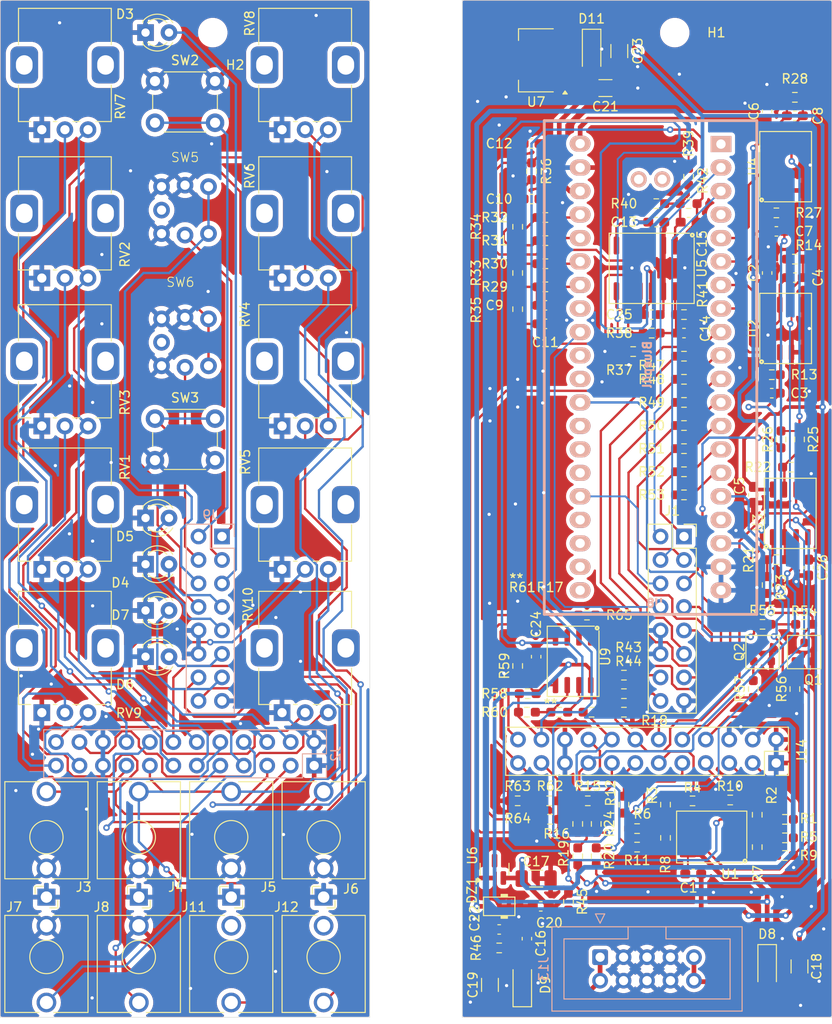
<source format=kicad_pcb>
(kicad_pcb (version 20240108) (generator "pcbnew") (generator_version "8.0")
  (layers (0 "F.Cu" signal) (31 "B.Cu" signal) (34 "B.Paste" user) (35 "F.Paste" user) (36 "B.SilkS" user "B.Silkscreen") (37 "F.SilkS" user "F.Silkscreen") (38 "B.Mask" user) (39 "F.Mask" user) (44 "Edge.Cuts" user))
  (net 0 "")
  (net 1 "-12V")
  (net 2 "+12V")
  (net 3 "GND")
  (net 4 "+3V3")
  (net 5 "Net-(U2A--)")
  (net 6 "/Inputs/CV1")
  (net 7 "Net-(U2B--)")
  (net 8 "/Inputs/CV2")
  (net 9 "/Inputs/CV3")
  (net 10 "Net-(U4A--)")
  (net 11 "/Inputs/CV4")
  (net 12 "Net-(U4B--)")
  (net 13 "Net-(C9-Pad1)")
  (net 14 "Net-(C10-Pad1)")
  (net 15 "Net-(U5C-+)")
  (net 16 "Net-(U5B-+)")
  (net 17 "/PRE_ATV_OUT1")
  (net 18 "Net-(U5D--)")
  (net 19 "/PRE_ATV_OUT2")
  (net 20 "Net-(U5A--)")
  (net 21 "/-10V_REF")
  (net 22 "/Output/-3V6_REF")
  (net 23 "+5V")
  (net 24 "GND1")
  (net 25 "/Front PCB/LED_SALIDA_1")
  (net 26 "/Front PCB/LED_SALIDA_2")
  (net 27 "/Front PCB/LED1")
  (net 28 "/Front PCB/LED2")
  (net 29 "/Front PCB/LED3")
  (net 30 "/Front PCB/LED4")
  (net 31 "/Front PCB/LED5")
  (net 32 "Net-(D8-A)")
  (net 33 "Net-(D9-K)")
  (net 34 "/CV1_JACK")
  (net 35 "/CV1_POT")
  (net 36 "/CV2_POT")
  (net 37 "/CV1_ATVPOT")
  (net 38 "/CV2_JACK")
  (net 39 "/CV2_ATVPOT")
  (net 40 "/CV4_POT")
  (net 41 "/CV3_JACK")
  (net 42 "/TRIG_2")
  (net 43 "/TRIG_1")
  (net 44 "/CV4_ATVPOT")
  (net 45 "/CV4_JACK")
  (net 46 "/CV3_ATVPOT")
  (net 47 "/CV3_POT")
  (net 48 "/LED2")
  (net 49 "/OUT2")
  (net 50 "/SW_DUAL")
  (net 51 "/SW_TRIG2")
  (net 52 "/LED5")
  (net 53 "/LED1")
  (net 54 "/SW_TRIG1")
  (net 55 "/SW_MODE")
  (net 56 "/LED3")
  (net 57 "/LED_SALIDA_1")
  (net 58 "/LED_SALIDA_2")
  (net 59 "/OUT1")
  (net 60 "/LED4")
  (net 61 "/Front PCB/CV1_JACK")
  (net 62 "/Front PCB/CV2_JACK")
  (net 63 "/Front PCB/CV3_JACK")
  (net 64 "/Front PCB/CV4_JACK")
  (net 65 "/Front PCB/TRIG_1")
  (net 66 "/Front PCB/TRIG_2")
  (net 67 "/Front PCB/-10V_REF")
  (net 68 "/Front PCB/CV2_POT")
  (net 69 "/Front PCB/CV4_POT")
  (net 70 "/Front PCB/CV4_ATVPOT")
  (net 71 "/Front PCB/CV3_POT")
  (net 72 "/Front PCB/CV1_POT")
  (net 73 "/Front PCB/CV3_ATVPOT")
  (net 74 "/Front PCB/CV2_ATVPOT")
  (net 75 "/Front PCB/CV1_ATVPOT")
  (net 76 "/Front PCB/SW_TRIG2")
  (net 77 "/Front PCB/OUT2")
  (net 78 "/Front PCB/SW_DUAL")
  (net 79 "/Front PCB/SW_TRIG1")
  (net 80 "/Front PCB/OUT1")
  (net 81 "/Front PCB/SW_MODE")
  (net 84 "Net-(Q1-B)")
  (net 85 "/Processor/STM_TRIG_1")
  (net 86 "Net-(Q2-B)")
  (net 87 "/Processor/STM_TRIG_2")
  (net 88 "Net-(U1A--)")
  (net 89 "Net-(U1B--)")
  (net 90 "Net-(R7-Pad2)")
  (net 91 "Net-(R11-Pad1)")
  (net 92 "Net-(U3A--)")
  (net 93 "Net-(U3B--)")
  (net 94 "Net-(R21-Pad2)")
  (net 95 "Net-(R22-Pad2)")
  (net 96 "/Output/CH1_PWM1")
  (net 97 "/Output/CH1_PWM2")
  (net 98 "Net-(R30-Pad1)")
  (net 99 "/Output/CH2_PWM1")
  (net 100 "Net-(R32-Pad1)")
  (net 101 "/Output/CH2_PWM2")
  (net 102 "Net-(U5C--)")
  (net 103 "Net-(U5B--)")
  (net 104 "Net-(U8-PA4)")
  (net 105 "Net-(U8-PA5_SCK1)")
  (net 106 "Net-(U8-PA6_MISO1)")
  (net 107 "Net-(U8-PA7_MOSI1)")
  (net 108 "Net-(U8-PB0)")
  (net 109 "Net-(U8-PB1)")
  (net 110 "Net-(U8-PB10_SCL2)")
  (net 126 "/OUT2_ATVPOT")
  (net 127 "/OUT1_ATVPOT")
  (net 128 "/Front PCB/PRE_ATV_OUT2")
  (net 129 "/Front PCB/OUT2_ATVPOT")
  (net 130 "/Front PCB/PRE_ATV_OUT1")
  (net 131 "/Front PCB/OUT1_ATVPOT")
  (net 132 "Net-(R43-Pad2)")
  (net 133 "Net-(R44-Pad2)")
  (net 134 "Net-(U9B--)")
  (net 135 "Net-(U9A--)")
  (footprint "Resistor_SMD:R_0603_1608Metric_Pad0.98x0.95mm_HandSolder" (layer "F.Cu") (at 184.5 87.5 90)
    (property "Reference" "R26")
    (property "Value" "100k")
  )
  (footprint "Library:Potentiometer_Alps_RK09K_Single_Vertical" (layer "F.Cu") (at 104.5 117.05 90)
    (property "Reference" "RV9")
    (property "Value" "B100k")
  )
  (footprint "Resistor_SMD:R_0603_1608Metric_Pad0.98x0.95mm_HandSolder" (layer "F.Cu") (at 187 107.5)
    (property "Reference" "R54")
    (property "Value" "10k")
  )
  (footprint "Resistor_SMD:R_0603_1608Metric_Pad0.98x0.95mm_HandSolder" (layer "F.Cu") (at 156 73.4125 90)
    (property "Reference" "R35")
    (property "Value" "1k5")
  )
  (footprint "Connector_PinSocket_2.54mm:PinSocket_2x12_P2.54mm_Vertical" (layer "F.Cu") (at 183.975 122.5 -90)
    (property "Reference" "J14")
    (property "Value" "Conn_02x12_Odd_Even")
  )
  (footprint "Library:Jack_3.5mm_QingPu_WQP-PJ398SM_Vertical_CircularHoles_3D" (layer "F.Cu") (at 125 137 180)
    (property "Reference" "J5")
    (property "Value" "CV3")
  )
  (footprint "PCM_Package_SO_AKL:SO-8_3.9x4.9mm_P1.27mm" (layer "F.Cu") (at 162 111.5 -90)
    (property "Reference" "U9")
    (property "Value" "TL072CD" (hide yes))
  )
  (footprint "Library:Potentiometer_Alps_RK09K_Single_Vertical_DSHAFT" (layer "F.Cu") (at 104.5 70.05 90)
    (property "Reference" "RV2")
    (property "Value" "B10k")
  )
  (footprint "Capacitor_SMD:C_0603_1608Metric_Pad1.08x0.95mm_HandSolder" (layer "F.Cu") (at 175 134.5)
    (property "Reference" "C1")
    (property "Value" "100n")
  )
  (footprint "Package_TO_SOT_SMD:SOT-23" (layer "F.Cu") (at 153.5 134 90)
    (property "Reference" "U6")
    (property "Value" "LM4040DBZ-10")
  )
  (footprint "Capacitor_SMD:C_0603_1608Metric_Pad1.08x0.95mm_HandSolder" (layer "F.Cu") (at 186 70 180)
    (property "Reference" "C4")
    (property "Value" "150pf")
  )
  (footprint "Resistor_SMD:R_0603_1608Metric_Pad0.98x0.95mm_HandSolder" (layer "F.Cu") (at 174.5 59.0875 90)
    (property "Reference" "R39")
    (property "Value" "15k")
  )
  (footprint "Resistor_SMD:R_0603_1608Metric_Pad0.98x0.95mm_HandSolder" (layer "F.Cu") (at 174 93.5)
    (property "Reference" "R53")
    (property "Value" "2k")
  )
  (footprint "Capacitor_SMD:C_0603_1608Metric_Pad1.08x0.95mm_HandSolder" (layer "F.Cu") (at 183 52 90)
    (property "Reference" "C6")
    (property "Value" "100n")
  )
  (footprint "Resistor_SMD:R_0603_1608Metric_Pad0.98x0.95mm_HandSolder" (layer "F.Cu") (at 174 91)
    (property "Reference" "R52")
    (property "Value" "2k")
  )
  (footprint "Capacitor_SMD:C_1206_3216Metric_Pad1.33x1.80mm_HandSolder" (layer "F.Cu") (at 167 45.5 -90)
    (property "Reference" "C23")
    (property "Value" "22uF")
  )
  (footprint "Resistor_SMD:R_0603_1608Metric_Pad0.98x0.95mm_HandSolder" (layer "F.Cu") (at 159 63.5)
    (property "Reference" "R32")
    (property "Value" "180k")
  )
  (footprint "Resistor_SMD:R_0603_1608Metric_Pad0.98x0.95mm_HandSolder" (layer "F.Cu") (at 183 103.25 -90)
    (property "Reference" "R23")
    (property "Value" "100k")
  )
  (footprint "Resistor_SMD:R_0603_1608Metric_Pad0.98x0.95mm_HandSolder" (layer "F.Cu") (at 170.5 76 180)
    (property "Reference" "R38")
    (property "Value" "6k8")
  )
  (footprint "Resistor_SMD:R_0603_1608Metric_Pad0.98x0.95mm_HandSolder" (layer "F.Cu") (at 186 50.5 180)
    (property "Reference" "R28")
    (property "Value" "33k")
  )
  (footprint "Resistor_SMD:R_0603_1608Metric_Pad0.98x0.95mm_HandSolder" (layer "F.Cu") (at 183.5 80.5 180)
    (property "Reference" "R13")
    (property "Value" "33k")
  )
  (footprint "Capacitor_SMD:C_0603_1608Metric_Pad1.08x0.95mm_HandSolder" (layer "F.Cu") (at 154 140.5)
    (property "Reference" "C22")
    (property "Value" "100n")
  )
  (footprint "Resistor_SMD:R_0603_1608Metric_Pad0.98x0.95mm_HandSolder" (layer "F.Cu") (at 174 78.5)
    (property "Reference" "R47")
    (property "Value" "2k")
  )
  (footprint "Resistor_SMD:R_0603_1608Metric_Pad0.98x0.95mm_HandSolder" (layer "F.Cu") (at 167.5 127 -90)
    (property "Reference" "R12")
    (property "Value" "100k")
  )
  (footprint "Button_Switch_THT:SW_PUSH_6mm_H13mm" (layer "F.Cu") (at 116.75 85.25)
    (property "Reference" "SW3")
    (property "Value" "SW_Mode")
  )
  (footprint "Library:Potentiometer_Alps_RK09K_Single_Vertical" (layer "F.Cu") (at 130.5 101.55 90)
    (property "Reference" "RV5")
    (property "Value" "B100k")
  )
  (footprint "Resistor_SMD:R_0603_1608Metric_Pad0.98x0.95mm_HandSolder" (layer "F.Cu") (at 164 117)
    (property "Reference" "R17")
    (property "Value" "47k")
  )
  (footprint "Resistor_SMD:R_0603_1608Metric_Pad0.98x0.95mm_HandSolder" (layer "F.Cu") (at 181.5 114.5 90)
    (property "Reference" "R57")
    (property "Value" "100k")
  )
  (footprint "Library:Jack_3.5mm_QingPu_WQP-PJ398SM_Vertical_CircularHoles_3D" (layer "F.Cu") (at 105 137)
    (property "Reference" "J7")
    (property "Value" "in1")
  )
  (footprint "Resistor_SMD:R_0603_1608Metric_Pad0.98x0.95mm_HandSolder" (layer "F.Cu") (at 159 66)
    (property "Reference" "R31")
    (property "Value" "1k5")
  )
  (footprint "Resistor_SMD:R_0603_1608Metric_Pad0.98x0.95mm_HandSolder" (layer "F.Cu") (at 157.0875 115)
    (property "Reference" "R58")
    (property "Value" "47k")
  )
  (footprint "Library:Potentiometer_Alps_RK09K_Single_Vertical" (layer "F.Cu") (at 130.5 54 90)
    (property "Reference" "RV8")
    (property "Value" "B100k")
  )
  (footprint "Resistor_SMD:R_0603_1608Metric_Pad0.98x0.95mm_HandSolder" (layer "F.Cu") (at 162.5 129.0875 -90)
    (property "Reference" "R16")
    (property "Value" "47k")
  )
  (footprint "LED_THT:LED_D3.0mm" (layer "F.Cu") (at 115.725 106)
    (property "Reference" "D7")
    (property "Value" "LED")
  )
  (footprint "Library:Potentiometer_Alps_RK09K_Single_Vertical" (layer "F.Cu") (at 130.5 117.05 90)
    (property "Reference" "RV10")
    (property "Value" "B100k")
  )
  (footprint "Connector_PinSocket_2.54mm:PinSocket_2x08_P2.54mm_Vertical" (layer "F.Cu") (at 174 98)
    (property "Reference" "J1")
    (property "Value" "Conn_02x08_Odd_Even")
  )
  (footprint "Resistor_SMD:R_0603_1608Metric_Pad0.98x0.95mm_HandSolder" (layer "F.Cu") (at 186 114.5 90)
    (property "Reference" "R56")
    (property "Value" "100k")
  )
  (footprint "LED_THT:LED_D3.0mm" (layer "F.Cu") (at 115.725 111)
    (property "Reference" "D6")
    (property "Value" "LED")
  )
  (footprint "Resistor_SMD:R_0603_1608Metric_Pad0.98x0.95mm_HandSolder" (layer "F.Cu") (at 185.5875 90.5 180)
    (property "Reference" "R22")
    (property "Value" "100k")
  )
  (footprint "PCM_Package_SO_AKL:SO-8_3.9x4.9mm_P1.27mm" (layer "F.Cu") (at 177 130.5 180)
    (property "Reference" "U1")
    (property "Value" "TL072CD" (hide yes))
  )
  (footprint "Resistor_SMD:R_0603_1608Metric_Pad0.98x0.95mm_HandSolder" (layer "F.Cu") (at 154 142.5)
    (property "Reference" "R46")
    (property "Value" "10k")
  )
  (footprint "Resistor_SMD:R_0603_1608Metric_Pad0.98x0.95mm_HandSolder" (layer "F.Cu") (at 182.5 107.5 180)
    (property "Reference" "R55")
    (property "Value" "10k")
  )
  (footprint "PCM_Package_SO_AKL:SOIC-14_3.9x8.7mm_P1.27mm" (layer "F.Cu") (at 170.5 69 -90)
    (property "Reference" "U5")
    (property "Value" "TL074CD" (hide yes))
  )
  (footprint "Resistor_SMD:R_0603_1608Metric_Pad0.98x0.95mm_HandSolder" (layer "F.Cu") (at 156 64.5 -90)
    (property "Reference" "R34")
    (property "Value" "12k")
  )
  (footprint "PCM_Package_TO_SOT_SMD_AKL:SOT-23" (layer "F.Cu") (at 182.5 110.5 90)
    (property "Reference" "Q2")
    (property "Value" "S8050 J3Y" (hide yes))
  )
  (footprint "Capacitor_SMD:C_0603_1608Metric_Pad1.08x0.95mm_HandSolder" (layer "F.Cu") (at 184 65 180)
    (property "Reference" "C7")
    (property "Value" "150pf")
  )
  (footprint "Library:ML6-H2T2GQA" (layer "F.Cu") (at 120 77 90)
    (property "Reference" "SW6")
    (property "Value" "SW_ML6")
  )
  (footprint "Library:ML6-H2T2GQA" (layer "F.Cu") (at 120 62.7 90)
    (property "Reference" "SW5")
    (property "Value" "SW_ML6")
  )
  (footprint "Capacitor_SMD:C_0603_1608Metric_Pad1.08x0.95mm_HandSolder" (layer "F.Cu") (at 174.5 64)
    (property "Reference" "C15")
    (property "Value" "150pf")
  )
  (footprint "Capacitor_SMD:C_0603_1608Metric_Pad1.08x0.95mm_HandSolder" (layer "F.Cu") (at 157.5 55.5 180)
    (property "Reference" "C12")
    (property "Value" "4.7n")
  )
  (footprint "Resistor_SMD:R_0603_1608Metric_Pad0.98x0.95mm_HandSolder" (layer "F.Cu") (at 156 126.5875 180)
    (property "Reference" "R63")
    (property "Value" "47k")
  )
  (footprint "LED_THT:LED_D3.0mm" (layer "F.Cu") (at 115.725 43.5)
    (property "Reference" "D3")
    (property "Value" "LED")
  )
  (footprint "Resistor_SMD:R_0603_1608Metric_Pad0.98x0.95mm_HandSolder" (layer "F.Cu") (at 156 112 90)
    (property "Reference" "R59")
    (property "Value" "47k")
  )
  (footprint "Library:Jack_3.5mm_QingPu_WQP-PJ398SM_Vertical_CircularHoles_3D" (layer "F.Cu") (at 135 137)
    (property "Reference" "J12")
    (property "Value" "out2")
  )
  (footprint "Library:Jack_3.5mm_QingPu_WQP-PJ398SM_Vertical_CircularHoles_3D" (layer "F.Cu") (at 115 137 180)
    (property "Reference" "J4")
    (property "Value" "CV2")
  )
  (footprint "Resistor_SMD:R_0603_1608Metric_Pad0.98x0.95mm_HandSolder" (layer "F.Cu") (at 174 83.5)
    (property "Reference" "R49")
    (property "Value" "2k")
  )
  (footprint "Resistor_SMD:R_0603_1608Metric_Pad0.98x0.95mm_HandSolder" (layer "F.Cu") (at 157 117)
    (property "Reference" "R60")
    (property "Value" "100k")
  )
  (footprint "Resistor_SMD:R_0603_1608Metric_Pad0.98x0.95mm_HandSolder" (layer "F.Cu") (at 168.925 129.595)
    (property "Reference" "R6")
    (property "Value" "100k")
  )
  (footprint "Capacitor_SMD:C_0603_1608Metric_Pad1.08x0.95mm_HandSolder" (layer "F.Cu") (at 186 52.5 180)
    (property "Reference" "C8")
    (property "Value" "150pf")
  )
  (footprint "Capacitor_SMD:C_0603_1608Metric_Pad1.08x0.95mm_HandSolder" (layer "F.Cu") (at 159 75)
    (property "Reference" "C11")
    (property "Value" "4.7n")
  )
  (footprint "Capacitor_SMD:C_0603_1608Metric_Pad1.08x0.95mm_HandSolder" (layer "F.Cu") (at 158 111 90)
    (property "Reference" "C24")
    (property "Value" "100n")
  )
  (footprint "Library:Jack_3.5mm_QingPu_WQP-PJ398SM_Vertical_CircularHoles_3D" (layer "F.Cu") (at 135 137 180)
    (property "Reference" "J6")
    (property "Value" "CV4")
  )
  (footprint "MountingHole:MountingHole_2.7mm_M2.5" (layer "F.Cu") (at 173 43.5)
    (property "Reference" "H1")
    (property "Value" "MountingHole")
  )
  (footprint "Resistor_SMD:R_0603_1608Metric_Pad0.98x0.95mm_HandSolder" (layer "F.Cu") (at 184 100.5 180)
    (property "Reference" "R21")
    (property "Value" "100k")
  )
  (footprint "LED_THT:LED_D3.0mm" (layer "F.Cu") (at 115.725 101)
    (property "Reference" "D4")
    (property "Value" "LED")
  )
  (footprint "Capacitor_SMD:C_1206_3216Metric_Pad1.33x1.80mm_HandSolder" (layer "F.Cu") (at 186.5 144.5 -90)
    (property "Reference" "C18")
    (property "Value" "22uF")
  )
  (footprint "Resistor_SMD:R_0603_1608Metric_Pad0.98x0.95mm_HandSolder" (layer "F.Cu") (at 159 71)
    (property "Reference" "R29")
    (property "Value" "1k5")
  )
  (footprint "Library:Potentiometer_Alps_RK09K_Single_Vertical_DSHAFT" (layer "F.Cu") (at 104.5 101.55 90)
    (property "Reference" "RV1")
    (property "Value" "B10k")
  )
  (footprint "Resistor_SMD:R_0603_1608Metric_Pad0.98x0.95mm_HandSolder" (layer "F.Cu") (at 167.5 117)
    (property "Reference" "R18")
    (property "Value" "47k")
  )
  (footprint "Resistor_SMD:R_0603_1608Metric_Pad0.98x0.95mm_HandSolder" (layer "F.Cu") (at 163.5875 126.5875 180)
    (property "Reference" "R15")
    (property "Value" "47k")
  )
  (footprint "Capacitor_SMD:C_0603_1608Metric_Pad1.08x0.95mm_HandSolder" (layer "F.Cu") (at 159 73)
    (property "Reference" "C9")
    (property "Value" "4.7n")
  )
  (footprint "PCM_Package_TO_SOT_SMD_AKL:SOT-23" (layer "F.Cu") (at 187 110.5 90)
    (property "Reference" "Q1")
    (property "Value" "S8050 J3Y" (hide yes))
  )
  (footprint "Capacitor_SMD:C_1206_3216Metric_Pad1.33x1.80mm_HandSolder" (layer "F.Cu") (at 158 135)
    (property "Reference" "C17")
    (property "Value" "22uF")
  )
  (footprint "LED_THT:LED_D3.0mm" (layer "F.Cu") (at 115.725 96)
    (property "Reference" "D5")
    (property "Value" "LED")
  )
  (footprint "Library:Jack_3.5mm_QingPu_WQP-PJ398SM_Vertical_CircularHoles_3D" (layer "F.Cu") (at 125 137)
    (property "Reference" "J11")
    (property "Value" "out1")
  )
  (footprint "Resistor_SMD:R_0603_1608Metric_Pad0.98x0.95mm_HandSolder" (layer "F.Cu") (at 174 81)
    (property "Reference" "R48")
    (property "Value" "2k")
  )
  (footprint "MountingHole:MountingHole_2.7mm_M2.5" (layer "F.Cu") (at 123 43.5)
    (property "Reference" "H2")
    (property "Value" "MountingHole")
  )
  (footprint "Button_Switch_THT:SW_PUSH_6mm_H13mm" (layer "F.Cu") (at 123.25 53.25 180)
    (property "Reference" "SW2")
    (property "Value" "SW_Dual")
  )
  (footprint "Resistor_SMD:R_0603_1608Metric_Pad0.98x0.95mm_HandSolder" (layer "F.Cu") (at 174.5 62 180)
    (property "Reference" "R42")
    (property "Value" "33k")
  )
  (footprint "Resistor_SMD:R_0603_1608Metric_Pad0.98x0.95mm_HandSolder" (layer "F.Cu") (at 186 68 180)
    (property "Reference" "R14")
    (property "Value" "33k")
  )
  (footprint "Resistor_SMD:R_0603_1608Metric_Pad0.98x0.95mm_HandSolder" (layer "F.Cu") (at 163.5 106.5)
    (property "Reference" "R65")
    (property "Value" "100k")
  )
  (footprint "Package_TO_SOT_SMD:SOT-223-3_TabPin2" (layer "F.Cu") (at 158 46.5 180)
    (property "Reference" "U7")
    (property "Value" "AMS1117-5.0")
  )
  (footprint "Resistor_SMD:R_0603_1608Metric_Pad0.98x0.95mm_HandSolder" (layer "F.Cu") (at 184.925 128.595 180)
    (property "Reference" "R1")
    (property "Value" "47k")
  )
  (footprint "Capacitor_SMD:C_0603_1608Metric_Pad1.08x0.95mm_HandSolder" (layer "F.Cu") (at 171 64)
    (property "Reference" "C13")
    (property "Value" "100n")
  )
  (footprint "Diode_SMD:D_SOD-123" (layer "F.Cu") (at 164 45.5 -90)
    (property "Reference" "D11")
    (property "Value" "B140HW-7")
  )
  (footprint "Library:Jack_3.5mm_QingPu_WQP-PJ398SM_Vertical_CircularHoles_3D" (layer "F.Cu") (at 105 137 180)
    (property "Reference" "J3")
    (property "Value" "CV1")
  )
  (footprint "Resistor_SMD:R_0603_1608Metric_Pad0.98x0.95mm_HandSolder" (layer "F.Cu") (at 159.4125 126.5875 180)
    (property "Reference" "R62")
    (property "Value" "47k")
  )
  (footprint "Resistor_SMD:R_0603_1608Metric_Pad0.98x0.95mm_HandSolder" (layer "F.Cu") (at 184.925 130.595 180)
    (property "Reference" "R5")
    (property "Value" "100k")
  )
  (footprint "Resistor_SMD:R_0603_1608Metric_Pad0.98x0.95mm_HandSolder" (layer "F.Cu") (at 160.5 117)
    (property "Reference" "R61")
    (property "Value" "100k")
  )
  (footprint "Resistor_SMD:R_0603_1608Metric_Pad0.98x0.95mm_HandSolder" (layer "F.Cu") (at 167.5 113 180)
    (property "Reference" "R43")
    (property "Value" "1k")
  )
  (footprint "Resistor_SMD:R_0603_1608Metric_Pad0.98x0.95mm_HandSolder" (layer "F.Cu") (at 157.5 58.5 -90)
    (property "Reference" "R36")
    (property "Value" "1k5")
  )
  (footprint "Resistor_SMD:R_0603_1608Metric_Pad0.98x0.95mm_HandSolder" (layer "F.Cu") (at 164.5 132.5875 -90)
    (property "Reference" "R20")
    (property "Value" "100k")
  )
  (footprint "Resistor_SMD:R_0603_1608Metric_Pad0.98x0.95mm_HandSolder" (layer "F.Cu") (at 167.5 115 180)
    (property "Reference" "R44")
    (property "Value" "1k")
  )
  (footprint "Capacitor_SMD:C_1206_3216Metric_Pad1.33x1.80mm_HandSolder" (layer "F.Cu") (at 153 146.5 90)
    (property "Reference" "C19")
    (property "Value" "22uF")
  )
  (footprint "PCM_Package_SO_AKL:SO-8_3.9x4.9mm_P1.27mm" (layer "F.Cu") (at 185.5 95.5 90)
    (property "Reference" "U3")
    (property "Value" "TL072CD" (hide yes))
  )
  (footprint "Resistor_SMD:R_0603_1608Metric_Pad0.98x0.95mm_HandSolder" (layer "F.Cu") (at 172 127 90)
    (property "Reference" "R3")
    (property "Value" "47k")
  )
  (footprint "Resistor_SMD:R_0603_1608Metric_Pad0.98x0.95mm_HandSolder" (layer "F.Cu") (at 168.925 131.595 180)
    (property "Reference" "R11")
    (property "Value" "100k")
  )
  (footprint "Resistor_SMD:R_0603_1608Metric_Pad0.98x0.95mm_HandSolder" (layer "F.Cu") (at 161.5 137.5 90)
    (property "Reference" "R45")
    (property "Value" "2k")
  )
  (footprint "Resistor_SMD:R_0603_1608Metric_Pad0.98x0.95mm_HandSolder" (layer "F.Cu") (at 174 88.5)
    (property "Reference" "R51")
    (property "Value" "2k")
  )
  (footprint "Resistor_SMD:R_0603_1608Metric_Pad0.98x0.95mm_HandSolder" (layer "F.Cu") (at 156 69.5 90)
    (property "Reference" "R33")
    (property "Value" "12k")
  )
  (footprint "Capacitor_SMD:C_0603_1608Metric_Pad1.08x0.95mm_HandSolder" (layer "F.Cu") (at 183.5 82.5 180)
    (property "Reference" "C3")
    (property "Value" "150pf")
  )
  (footprint "Resistor_SMD:R_0603_1608Metric_Pad0.98x0.95mm_HandSolder" (layer "F.Cu") (at 164.5 129.0875 -90)
    (property "Reference" "R24")
    (property "Value" "100k")
  )
  (footprint "Library:Potentiometer_Alps_RK09K_Single_Vertical_DSHAFT" (layer "F.Cu") (at 104.5 54 90)
    (property "Reference" "RV7")
    (property "Value" "B10k")
  )
  (footprint "Resistor_SMD:R_0603_1608Metric_Pad0.98x0.95mm_HandSolder" (layer "F.Cu") (at 174 86)
    (property "Reference" "R50")
    (property "Value" "2k")
  )
  (footprint "Capacitor_SMD:C_0603_1608Metric_Pad1.08x0.95mm_HandSolder" (layer "F.Cu") (at 187.5 101.3625 90)
    (property "Reference" "C26")
    (property "Value" "100n")
  )
  (footprint "Resistor_SMD:R_0603_1608Metric_Pad0.98x0.95mm_HandSolder" (layer "F.Cu") (at 184.925 132.5)
    (property "Reference" "R9")
    (property "Value" "100k")
  )
  (footprint "PCM_Package_SO_AKL:SO-8_3.9x4.9mm_P1.27mm" (layer "F.Cu") (at 185 75.5 90)
    (property "Reference" "U2")
    (property "Value" "MCP6002-I-SN" (hide yes))
  )
  (footprint "Resistor_SMD:R_0603_1608Metric_Pad0.98x0.95mm_HandSolder" (layer "F.Cu") (at 181.925 128.095 90)
    (property "Reference" "R2")
    (property "Value" "47k")
  )
  (footprint "Resistor_SMD:R_0603_1608Metric_Pad0.98x0.95mm_HandSolder" (layer "F.Cu") (at 162.5 132.5875 -90)
    (property "Reference" "R19")
    (property "Value" "100k")
  )
  (footprint "Resistor_SMD:R_0603_1608Metric_Pad0.98x0.95mm_HandSolder" (layer "F.Cu") (at 186.5 87.5 90)
    (property "Reference" "R25")
    (property "Value" "100k")
  )
  (footprint "Resistor_SMD:R_0603_1608Metric_Pad0.98x0.95mm_HandSolder" (layer "F.Cu") (at 179 126.5 180)
    (property "Reference" "R10")
    (property "Value" "100k")
  )
  (footprint "Library:Potentiometer_Alps_RK09K_Single_Vertical" (layer "F.Cu") (at 130.5 86.05 90)
    (property "Reference" "RV4")
    (property "Value" "B100k")
  )
  (footprint "Resistor_SMD:R_0603_1608Metric_Pad0.98x0.95mm_HandSolder" (layer "F.Cu") (at 171 62 180)
    (property "Reference" "R40")
    (property "Value" "6k8")
  )
  (footprint "Capacitor_SMD:C_0603_1608Metric_Pad1.08x0.95mm_HandSolder" (layer "F.Cu") (at 158.5 138 180)
    (property "Reference" "C20")
    (property "Value" "100n")
  )
  (footprint "Capacitor_SMD:C_0603_1608Metric_Pad1.08x0.95mm_HandSolder" (layer "F.Cu") (at 183 69.5 90)
    (property "Reference" "C2")
    (property "Value" "100n")
  )
  (footprint "Resistor_SMD:R_0603_1608Metric_Pad0.98x0.95mm_HandSolder" (layer "F.Cu") (at 159 68.5)
    (property "Reference" "R30")
    (property "Value" "180k")
  )
  (footprint "Capacitor_SMD:C_1206_3216Metric_Pad1.33x1.80mm_HandSolder" (layer "F.Cu") (at 165.5 49.5)
    (property "Reference" "C21")
    (property "Value" "22uF")
  )
  (footprint "Resistor_SMD:R_0603_1608Metric_Pad0.98x0.95mm_HandSolder" (layer "F.Cu") (at 174.925 126.595)
    (property "Reference" "R4")
    (property "Value" "47k")
  )
  (footprint "Library:Potentiometer_Alps_RK09K_Single_Vertical_DSHAFT" (layer "F.Cu") (at 104.5 86.05 90)
    (property "Reference" "RV3")
    (property "Value" "B10k")
  )
  (footprint "Library:Jack_3.5mm_QingPu_WQP-PJ398SM_Vertical_CircularHoles_3D" (layer "F.Cu") (at 115 137)
    (property "Reference" "J8")
    (property "Value" "in2")
  )
  (footprint "Capacitor_SMD:C_0603_1608Metric_Pad1.08x0.95mm_HandSolder" (layer "F.Cu") (at 170.5 74 180)
    (property "Reference" "C25")
    (property "Value" "100n")
  )
  (footprint "Capacitor_SMD:C_0603_1608Metric_Pad1.08x0.95mm_HandSolder" (layer "F.Cu") (at 157.5 61.5)
    (property "Reference" "C10")
    (property "Value" "4.7n")
  )
  (footprint "Resistor_SMD:R_0603_1608Metric_Pad0.98x0.95mm_HandSolder" (layer "F.Cu") (at 174 74 180)
    (property "Reference" "R41")
    (property "Value" "33k")
  )
  (footprint "PCM_Package_SO_AKL:SO-8_3.9x4.9mm_P1.27mm" (layer "F.Cu") (at 185 58 90)
    (property "Reference" "U4")
    (property "Value" "MCP6002-I-SN" (hide yes))
  )
  (footprint "Capacitor_SMD:C_0603_1608Metric_Pad1.08x0.95mm_HandSolder" (layer "F.Cu") (at 174 76)
    (property "Reference" "C14")
    (property "Value" "150pf")
  )
  (footprint "Resistor_SMD:R_0603_1608Metric_Pad0.98x0.95mm_HandSolder" (layer "F.Cu") (at 168.5 78 180)
    (property "Reference" "R37")
    (property "Value" "15k")
  )
  (footprint "Diode_SMD:D_SOD-123" (layer "F.Cu") (at 183 144.5 -90)
    (property "Reference" "D8")
    (property "Value" "B140HW-7")
  )
  (footprint "Resistor_SMD:R_0603_1608Metric_Pad0.98x0.95mm_HandSolder" (layer "F.Cu") (at 181.925 131.595 -90)
    (property "Reference" "R7")
    (property "Value" "100k")
  )
  (footprint "PCM_Diode_SMD_AKL:D_SOD-323" (layer "F.Cu") (at 154 138 180)
    (property "Reference" "DZ1")
    (property "Value" "ZMM3V6" (hide yes))
  )
  (footprint "Resistor_SMD:R_0603_1608Metric_Pad0.98x0.95mm_HandSolder" (layer "F.Cu") (at 184 63 180)
    (property "Reference" "R27")
    (property "Value" "33k")
  )
  (footprint "Capacitor_SMD:C_0603_1608Metric_Pad1.08x0.95mm_HandSolder" (layer "F.Cu") (at 157 141.5 90)
    (property "Reference" "C16")
    (property "Value" "100n")
  )
  (footprint "Resistor_SMD:R_0603_1608Metric_Pad0.98x0.95mm_HandSolder" (layer "F.Cu") (at 159.5 128.5875 180)
    (property "Reference" "R64")
    (property "Value" "100k")
  )
  (footprint "Capacitor_SMD:C_0603_1608Metric_Pad1.08x0.95mm_HandSolder" (layer "F.Cu") (at 181.5 93.5 -90)
    (property "Reference" "C5")
    (property "Value" "100n")
  )
  (footprint "Library:Potentiometer_Alps_RK09K_Single_Vertical" (layer "F.Cu") (at 130.5 70.05 90)
    (property "Reference" "RV6")
    (property "Value" "B100k")
  )
  (footprint "Resistor_SMD:R_0603_1608Metric_Pad0.98x0.95mm_HandSolder" (layer "F.Cu") (at 172 130.595 -90)
    (property "Reference" "R8")
    (property "Value" "100k")
  )
  (footprint "Diode_SMD:D_SOD-123" (layer "F.Cu") (at 156.5 146.5 90)
    (property "Reference" "D9")
    (property "Value" "B140HW-7")
  )
  (footprint "Connector_PinHeader_2.54mm:PinHeader_2x12_P2.54mm_Vertical" (layer "B.Cu") (at 133.975 122.775 90)
    (property "Reference" "J2")
    (property "Value" "Conn_02x12_Odd_Even")
  )
  (footprint "Connector_IDC:IDC-Header_2x05_P2.54mm_Vertical" (layer "B.Cu") (at 164.92 143.5 -90)
    (property "Reference" "J13")
    (property "Value" "Eurorack Power")
  )
  (footprint "Connector_PinHeader_2.54mm:PinHeader_2x08_P2.54mm_Vertical" (layer "B.Cu") (at 124 98 180)
    (property "Reference" "J9")
    (property "Value" "Conn_02x08_Odd_Even")
  )
  (footprint "BluePill_breakouts:BluePill_STM32F103C" (layer "B.Cu") (at 178 55.6108 180)
    (property "Reference" "U8")
    (property "Value" "Bluepill")
  )
  (gr_rect (start 100 40) (end 140 150) (stroke (width 0.05)) (fill none) (layer "Edge.Cuts"))
  (gr_rect (start 150 40) (end 190 150) (stroke (width 0.05)) (fill none) (layer "Edge.Cuts"))
  (gr_text "**\n" (at 155.000235 103.130922 0) (layer "F.SilkS") (effects (font (size 1 1)) (justify left bottom)))
  (gr_text "**\n" (at 158.70624 116.681977 0) (layer "F.SilkS") (effects (font (size 1 1)) (justify left bottom)))
  (segment (start 157 142.3625) (end 160.1375 142.3625) (width 0.508) (layer "F.Cu") (net 1))
  (segment (start 175.882092 138.4125) (end 180.4125 138.4125) (width 0.508) (layer "F.Cu") (net 1))
  (segment (start 187.5 100.5) (end 187.5 98.17) (width 0.254) (layer "F.Cu") (net 1))
  (segment (start 153.0875 144.85) (end 153 144.9375) (width 0.508) (layer "F.Cu") (net 1))
  (segment (start 188.5 100.5) (end 187.5 100.5) (width 0.508) (layer "F.Cu") (net 1))
  (segment (start 189.054 134.946) (end 189.054 101.054) (width 0.508) (layer "F.Cu") (net 1))
  (segment (start 161.5 138.4125) (end 163 138.4125) (width 0.508) (layer "F.Cu") (net 1))
  (segment (start 161.5 135) (end 163 136.5) (width 0.254) (layer "F.Cu") (net 1))
  (segment (start 185 139) (end 189.054 134.946) (width 0.508) (layer "F.Cu") (net 1))
  (segment (start 170.5 71.475) (end 170.5 69.5) (width 0.4) (layer "F.Cu") (net 1))
  (segment (start 175.8625 138.392908) (end 175.882092 138.4125) (width 0.508) (layer "F.Cu") (net 1))
  (segment (start 189.054 101.054) (end 188.5 100.5) (width 0.508) (layer "F.Cu") (net 1))
  (segment (start 158 110.1375) (end 159.2125 108.925) (width 0.4) (layer "F.Cu") (net 1))
  (segment (start 159.2125 108.925) (end 160.095 108.925) (width 0.4) (layer "F.Cu") (net 1))
  (segment (start 175.8625 134.5) (end 175.8625 138.392908) (width 0.508) (layer "F.Cu") (net 1))
  (segment (start 163 138.4125) (end 175.0875 138.4125) (width 0.508) (layer "F.Cu") (net 1))
  (segment (start 177.905 128.595) (end 177.5 129) (width 0.254) (layer "F.Cu") (net 1))
  (segment (start 156.5 144.85) (end 153.0875 144.85) (width 0.508) (layer "F.Cu") (net 1))
  (segment (start 179.575 128.595) (end 177.905 128.595) (width 0.254) (layer "F.Cu") (net 1))
  (segment (start 154.9125 142.5) (end 156.8625 142.5) (width 0.508) (layer "F.Cu") (net 1))
  (segment (start 180.4125 138.4125) (end 181 139) (width 0.508) (layer "F.Cu") (net 1))
  (segment (start 170.5 71.475) (end 170.5 72.449999) (width 0.4) (layer "F.Cu") (net 1))
  (segment (start 169.6375 73.312499) (end 169.6375 74) (width 0.4) (layer "F.Cu") (net 1))
  (segment (start 170.5 69.5) (end 170 69) (width 0.4) (layer "F.Cu") (net 1))
  (segment (start 157.3625 109.5) (end 158 110.1375) (width 0.254) (layer "F.Cu") (net 1))
  (segment (start 187.5 98.17) (end 187.405 98.075) (width 0.254) (layer "F.Cu") (net 1))
  (segment (start 160.1375 142.3625) (end 161.5 141) (width 0.508) (layer "F.Cu") (net 1))
  (segment (start 157 142.3625) (end 157 144.35) (width 0.508) (layer "F.Cu") (net 1))
  (segment (start 156.5 109.5) (end 157.3625 109.5) (width 0.254) (layer "F.Cu") (net 1))
  (segment (start 170.5 72.449999) (end 169.6375 73.312499) (width 0.4) (layer "F.Cu") (net 1))
  (segment (start 161.5 141) (end 161.5 138.4125) (width 0.508) (layer "F.Cu") (net 1))
  (segment (start 175.0875 138.4125) (end 175.882092 138.4125) (width 0.508) (layer "F.Cu") (net 1))
  (segment (start 163 136.5) (end 163 138.4125) (width 0.254) (layer "F.Cu") (net 1))
  (segment (start 157 144.35) (end 156.5 144.85) (width 0.508) (layer "F.Cu") (net 1))
  (segment (start 156.8625 142.5) (end 157 142.3625) (width 0.508) (layer "F.Cu") (net 1))
  (via (at 170 69) (size 0.7) (drill 0.35) (layers "F.Cu" "B.Cu") (net 1))
  (via (at 181 139) (size 0.7) (drill 0.35) (layers "F.Cu" "B.Cu") (net 1))
  (via (at 161.5 135) (size 0.7) (drill 0.35) (layers "F.Cu" "B.Cu") (net 1))
  (via (at 185 139) (size 0.7) (drill 0.35) (layers "F.Cu" "B.Cu") (net 1))
  (via (at 156.5 109.5) (size 0.7) (drill 0.35) (layers "F.Cu" "B.Cu") (net 1))
  (via (at 177.5 129) (size 0.7) (drill 0.35) (layers "F.Cu" "B.Cu") (net 1))
  (segment (start 173.5 53.759734) (end 173.5 55) (width 0.254) (layer "B.Cu") (net 1))
  (segment (start 169.090398 53.123) (end 172.863266 53.123) (width 0.254) (layer "B.Cu") (net 1))
  (segment (start 162 133) (end 176.5 133) (width 0.254) (layer "B.Cu") (net 1))
  (segment (start 161.5 133.5) (end 161.5 133) (width 0.254) (layer "B.Cu") (net 1))
  (segment (start 156.5 109.5) (end 155 109.5) (width 0.254) (layer "B.Cu") (net 1))
  (segment (start 169.5 75.5) (end 170 75) (width 0.254) (layer "B.Cu") (net 1))
  (segment (start 163 115.5) (end 162.5 116) (width 0.254) (layer "B.Cu") (net 1))
  (segment (start 154.5 117) (end 154.5 131) (width 0.254) (layer "B.Cu") (net 1))
  (segment (start 165 56.5) (end 165 75) (width 0.254) (layer "B.Cu") (net 1))
  (segment (start 165 75) (end 165.5 75.5) (width 0.254) (layer "B.Cu") (net 1))
  (segment (start 162 133) (end 161.5 133) (width 0.254) (layer "B.Cu") (net 1))
  (segment (start 166 55.5) (end 165 56.5) (width 0.254) (layer "B.Cu") (net 1))
  (segment (start 160.5 132) (end 161.5 133) (width 0.254) (layer "B.Cu") (net 1))
  (segment (start 165.5 75.5) (end 169.5 75.5) (width 0.254) (layer "B.Cu") (net 1))
  (segment (start 156.5 109.5) (end 161.5 109.5) (width 0.254) (layer "B.Cu") (net 1))
  (segment (start 173 55.5) (end 166 55.5) (width 0.254) (layer "B.Cu") (net 1))
  (segment (start 172.863266 53.123) (end 173.5 53.759734) (width 0.254) (layer "B.Cu") (net 1))
  (segment (start 170 75) (end 170 69) (width 0.254) (layer "B.Cu") (net 1))
  (segment (start 176.5 133) (end 177.5 132) (width 0.254) (layer "B.Cu") (net 1))
  (segment (start 162.5 116) (end 155.5 116) (width 0.254) (layer "B.Cu") (net 1))
  (segment (start 155 109.5) (end 154.301039 108.801039) (width 0.254) (layer "B.Cu") (net 1))
  (segment (start 154.301039 108.801039) (end 154.301039 55.198961) (width 0.254) (layer "B.Cu") (net 1))
  (segment (start 155.5 116) (end 154.5 117) (width 0.254) (layer "B.Cu") (net 1))
  (segment (start 169.082023 53.131375) (end 169.090398 53.123) (width 0.254) (layer "B.Cu") (net 1))
  (segment (start 181 139) (end 185 139) (width 0.508) (layer "B.Cu") (net 1))
  (segment (start 156.368625 53.131375) (end 169.082023 53.131375) (width 0.254) (layer "B.Cu") (net 1))
  (segment (start 161.5 109.5) (end 163 111) (width 0.254) (layer "B.Cu") (net 1))
  (segment (start 173.5 55) (end 173 55.5) (width 0.254) (layer "B.Cu") (net 1))
  (segment (start 155.5 132) (end 160.5 132) (width 0.254) (layer "B.Cu") (net 1))
  (segment (start 177.5 132) (end 177.5 129) (width 0.254) (layer "B.Cu") (net 1))
  (segment (start 154.301039 55.198961) (end 156.368625 53.131375) (width 0.254) (layer "B.Cu") (net 1))
  (segment (start 163 111) (end 163 115.5) (width 0.254) (layer "B.Cu") (net 1))
  (segment (start 154.5 131) (end 155.5 132) (width 0.254) (layer "B.Cu") (net 1))
  (segment (start 161.5 135) (end 161.5 133.5) (width 0.254) (layer "B.Cu") (net 1))
  (segment (start 163.905 112.405) (end 163.905 114.075) (width 0.4) (layer "F.Cu") (net 2))
  (segment (start 183 136.5) (end 181.5 135) (width 0.508) (layer "F.Cu") (net 2))
  (segment (start 161.5 43.85) (end 164 43.85) (width 0.4) (layer "F.Cu") (net 2))
  (segment (start 183 137.5) (end 183 136.5) (width 0.508) (layer "F.Cu") (net 2))
  (segment (start 183.0875 142.9375) (end 183 142.85) (width 0.508) (layer "F.Cu") (net 2))
  (segment (start 161.5 111.8625) (end 163.3625 111.8625) (width 0.4) (layer "F.Cu") (net 2))
  (segment (start 166.9125 43.85) (end 167 43.9375) (width 0.4) (layer "F.Cu") (net 2))
  (segment (start 170.5 64.3625) (end 170.1375 64) (width 0.4) (layer "F.Cu") (net 2))
  (segment (start 167.4375 43.9375) (end 167 43.9375) (width 0.4) (layer "F.Cu") (net 2))
  (segment (start 184.25 84.75) (end 185 84) (width 0.4) (layer "F.Cu") (net 2))
  (segment (start 183 142.85) (end 183 137.5) (width 0.508) (layer "F.Cu") (net 2))
  (segment (start 163.3625 111.8625) (end 163.905 112.405) (width 0.4) (layer "F.Cu") (net 2))
  (segment (start 183.595 92.925) (end 181.7875 92.925) (width 0.4) (layer "F.Cu") (net 2))
  (segment (start 175.800499 132.405) (end 174.425 132.405) (width 0.508) (layer "F.Cu") (net 2))
  (segment (start 181.5 135) (end 178.395499 135) (width 0.508) (layer "F.Cu") (net 2))
  (segment (start 170.1375 64) (end 168.866488 64) (width 0.4) (layer "F.Cu") (net 2))
  (segment (start 161.5 111.8625) (end 158 111.8625) (width 0.4) (layer "F.Cu") (net 2))
  (segment (start 161.15 44.2) (end 161.5 43.85) (width 0.4) (layer "F.Cu") (net 2))
  (segment (start 180.5 91.6375) (end 180.5 87.5) (width 0.4) (layer "F.Cu") (net 2))
  (segment (start 164 43.85) (end 166.9125 43.85) (width 0.4) (layer "F.Cu") (net 2))
  (segment (start 181.7875 92.925) (end 181.5 92.6375) (width 0.4) (layer "F.Cu") (net 2))
  (segment (start 186.5 142.9375) (end 183.0875 142.9375) (width 0.508) (layer "F.Cu") (net 2))
  (segment (start 174.425 134.2125) (end 174.1375 134.5) (width 0.2) (layer "F.Cu") (net 2))
  (segment (start 174.425 132.405) (end 174.425 134.2125) (width 0.2) (layer "F.Cu") (net 2))
  (segment (start 168.866488 64) (end 168.837 64.029488) (width 0.4) (layer "F.Cu") (net 2))
  (segment (start 180.5 87.5) (end 183.25 84.75) (width 0.4) (layer "F.Cu") (net 2))
  (segment (start 170.5 66.525) (end 170.5 64.3625) (width 0.4) (layer "F.Cu") (net 2))
  (segment (start 183.25 84.75) (end 184.25 84.75) (width 0.4) (layer "F.Cu") (net 2))
  (segment (start 181.5 92.6375) (end 180.5 91.6375) (width 0.4) (layer "F.Cu") (net 2))
  (segment (start 186.5 142.9375) (end 186.5 141) (width 0.508) (layer "F.Cu") (net 2))
  (segment (start 185 84) (end 189 84) (width 0.4) (layer "F.Cu") (net 2))
  (segment (start 178.395499 135) (end 175.800499 132.405) (width 0.508) (layer "F.Cu") (net 2))
  (segment (start 169 45.5) (end 167.4375 43.9375) (width 0.4) (layer "F.Cu") (net 2))
  (via (at 169 45.5) (size 0.7) (drill 0.35) (layers "F.Cu" "B.Cu") (net 2))
  (via (at 189 84) (size 0.7) (drill 0.35) (layers "F.Cu" "B.Cu") (net 2))
  (via (at 183 137.5) (size 0.7) (drill 0.35) (layers "F.Cu" "B.Cu") (net 2))
  (via (at 168.837 64.029488) (size 0.7) (drill 0.35) (layers "F.Cu" "B.Cu") (net 2))
  (via (at 161.5 111.8625) (size 0.7) (drill 0.35) (layers "F.Cu" "B.Cu") (net 2))
  (via (at 186.5 141) (size 0.7) (drill 0.35) (layers "F.Cu" "B.Cu") (net 2))
  (segment (start 188 52.5) (end 189 53.5) (width 0.4) (layer "B.Cu") (net 2))
  (segment (start 153.5 137) (end 154 137.5) (width 0.4) (layer "B.Cu") (net 2))
  (segment (start 154.5 115) (end 153.5 116) (width 0.4) (layer "B.Cu") (net 2))
  (segment (start 176 58) (end 176 52.5) (width 0.4) (layer "B.Cu") (net 2))
  (segment (start 154 137.5) (end 183 137.5) (width 0.4) (layer "B.Cu") (net 2))
  (segment (start 189 84) (end 189 138.5) (width 0.4) (layer "B.Cu") (net 2))
  (segment (start 169.970512 64.029488) (end 176 58) (width 0.4) (layer "B.Cu") (net 2))
  (segment (start 176 52.5) (end 188 52.5) (width 0.4) (layer "B.Cu") (net 2))
  (segment (start 153.5 116) (end 153.5 137) (width 0.4) (layer "B.Cu") (net 2))
  (segment (start 176 52.5) (end 169 45.5) (width 0.4) (layer "B.Cu") (net 2))
  (segment (start 189 138.5) (end 186.5 141) (width 0.4) (layer "B.Cu") (net 2))
  (segment (start 168.837 64.029488) (end 169.970512 64.029488) (width 0.4) (layer "B.Cu") (net 2))
  (segment (start 161.5 111.8625) (end 158.3625 115) (width 0.4) (layer "B.Cu") (net 2))
  (segment (start 158.3625 115) (end 154.5 115) (width 0.4) (layer "B.Cu") (net 2))
  (segment (start 189 53.5) (end 189 84) (width 0.4) (layer "B.Cu") (net 2))
  (segment (start 171.77 73.5925) (end 171.77 71.475) (width 0.254) (layer "F.Cu") (net 3))
  (segment (start 181.925 127.1825) (end 181.925 126.790865) (width 0.254) (layer "F.Cu") (net 3))
  (segment (start 181.925 126.71289) (end 180.186743 124.974633) (width 0.254) (layer "F.Cu") (net 3))
  (segment (start 181.925 127.1825) (end 181.925 126.71289) (width 0.254) (layer "F.Cu") (net 3))
  (segment (start 171.8625 64) (end 171.8625 66.4325) (width 0.254) (layer "F.Cu") (net 3))
  (segment (start 180.186743 124.974633) (end 179.905504 124.974633) (width 0.254) (layer "F.Cu") (net 3))
  (segment (start 171.8625 66.4325) (end 171.77 66.525) (width 0.254) (layer "F.Cu") (net 3))
  (segment (start 171.3625 74) (end 171.77 73.5925) (width 0.254) (layer "F.Cu") (net 3))
  (via (at 173.5 48) (size 0.7) (drill 0.35) (layers "F.Cu" "B.Cu") (net 3))
  (via (at 172.98814 57.425686) (size 0.7) (drill 0.35) (layers "F.Cu" "B.Cu") (net 3))
  (via (at 158.709664 83.557892) (size 0.7) (drill 0.35) (layers "F.Cu" "B.Cu") (net 3))
  (via (at 170 117) (size 0.7) (drill 0.35) (layers "F.Cu" "B.Cu") (net 3))
  (via (at 179.621454 97.349229) (size 0.7) (drill 0.35) (layers "F.Cu" "B.Cu") (net 3))
  (via (at 164.539017 136.384243) (size 0.7) (drill 0.35) (layers "F.Cu" "B.Cu") (net 3))
  (via (at 170.107662 136.435213) (size 0.7) (drill 0.35) (layers "F.Cu" "B.Cu") (net 3))
  (via (at 187.561863 75.506581) (size 0.7) (drill 0.35) (layers "F.Cu" "B.Cu") (net 3))
  (via (at 180.601062 51.132928) (size 0.7) (drill 0.35) (layers "F.Cu" "B.Cu") (net 3))
  (via (at 161.241539 130.005408) (size 0.7) (drill 0.35) (layers "F.Cu" "B.Cu") (net 3))
  (via (at 155.5 59) (size 0.7) (drill 0.35) (layers "F.Cu" "B.Cu") (net 3))
  (via (at 154 53.5) (size 0.7) (drill 0.35) (layers "F.Cu" "B.Cu") (net 3))
  (via (at 158.063323 130.944326) (size 0.7) (drill 0.35) (layers "F.Cu" "B.Cu") (net 3))
  (via (at 156 81) (size 0.7) (drill 0.35) (layers "F.Cu" "B.Cu") (net 3))
  (via (at 174.089995 68.943333) (size 0.7) (drill 0.35) (layers "F.Cu" "B.Cu") (net 3))
  (via (at 155.759503 94.484227) (size 0.7) (drill 0.35) (layers "F.Cu" "B.Cu") (net 3))
  (via (at 160.856061 61.894687) (size 0.7) (drill 0.35) (layers "F.Cu" "B.Cu") (net 3))
  (via (at 168.033828 79.429037) (size 0.7) (drill 0.35) (layers "F.Cu" "B.Cu") (net 3))
  (via (at 161.304404 74.604397) (size 0.7) (drill 0.35) (layers "F.Cu" "B.Cu") (net 3))
  (via (at 156 84) (size 0.7) (drill 0.35) (layers "F.Cu" "B.Cu") (net 3))
  (via (at 175.760183 65.342621) (size 0.7) (drill 0.35) (layers "F.Cu" "B.Cu") (net 3))
  (via (at 150.879526 148.360527) (size 0.7) (drill 0.35) (layers "F.Cu" "B.Cu") (net 3))
  (via (at 158.208082 146.281263) (size 0.7) (drill 0.35) (layers "F.Cu" "B.Cu") (net 3))
  (via (at 182.973469 49.108201) (size 0.7) (drill 0.35) (layers "F.Cu" "B.Cu") (net 3))
  (via (at 158.696879 139.868184) (size 0.7) (drill 0.35) (layers "F.Cu" "B.Cu") (net 3))
  (via (at 180.047845 79.740297) (size 0.7) (drill 0.35) (layers "F.Cu" "B.Cu") (net 3))
  (via (at 186.142648 102.879561) (size 0.7) (drill 0.35) (layers "F.Cu" "B.Cu") (net 3))
  (via (at 183.091487 76.21359) (size 0.7) (drill 0.35) (layers "F.Cu" "B.Cu") (net 3))
  (via (at 165.097302 45.282736) (size 0.7) (drill 0.35) (layers "F.Cu" "B.Cu") (net 3))
  (via (at 154.799451 146.570996) (size 0.7) (drill 0.35) (layers "F.Cu" "B.Cu") (net 3))
  (via (at 187.561863 82.289783) (size 0.7) (drill 0.35) (layers "F.Cu" "B.Cu") (net 3))
  (via (at 168 61) (size 0.7) (drill 0.35) (layers "F.Cu" "B.Cu") (net 3))
  (via (at 179.626982 69.549061) (size 0.7) (drill 0.35) (layers "F.Cu" "B.Cu") (net 3))
  (via (at 167.93444 111.498574) (size 0.7) (drill 0.35) (layers "F.Cu" "B.Cu") (net 3))
  (via (at 154.7487 50.457037) (size 0.7) (drill 0.35) (layers "F.Cu" "B.Cu") (net 3))
  (via (at 188.629023 146.102878) (size 0.7) (drill 0.35) (layers "F.Cu" "B.Cu") (net 3))
  (via (at 151.66311 50.944852) (size 0.7) (drill 0.35) (layers "F.Cu" "B.Cu") (net 3))
  (via (at 187.660888 57.830647) (size 0.7) (drill 0.35) (layers "F.Cu" "B.Cu") (net 3))
  (via (at 168.370388 68.958923) (size 0.7) (drill 0.35) (layers "F.Cu" "B.Cu") (net 3))
  (via (at 156.119955 139.13192) (size 0.7) (drill 0.35) (layers "F.Cu" "B.Cu") (net 3))
  (via (at 164.111389 74.625649) (size 0.7) (drill 0.35) (layers "F.Cu" "B.Cu") (net 3))
  (via (at 176.174564 74.927227) (size 0.7) (drill 0.35) (layers "F.Cu" "B.Cu") (net 3))
  (via (at 155.465947 124.481562) (size 0.7) (drill 0.35) (layers "F.Cu" "B.Cu") (net 3))
  (via (at 168.98314 47.184752) (size 0.7) (drill 0.35) (layers "F.Cu" "B.Cu") (net 3))
  (via (at 159 58.5) (size 0.7) (drill 0.35) (layers "F.Cu" "B.Cu") (net 3))
  (via (at 184.618287 136.964031) (size 0.7) (drill 0.35) (layers "F.Cu" "B.Cu") (net 3))
  (via (at 165.44073 77.982059) (size 0.7) (drill 0.35) (layers "F.Cu" "B.Cu") (net 3))
  (via (at 181.277847 136.473822) (size 0.7) (drill 0.35) (layers "F.Cu" "B.Cu") (net 3))
  (via (at 185.865095 133.80281) (size 0.7) (drill 0.35) (layers "F.Cu" "B.Cu") (net 3))
  (via (at 186.188452 117.150392) (size 0.7) (drill 0.35) (layers "F.Cu" "B.Cu") (net 3))
  (via (at 157.344642 54.165565) (size 0.7) (drill 0.35) (layers "F.Cu" "B.Cu") (net 3))
  (via (at 181.887894 103.517186) (size 0.7) (drill 0.35) (layers "F.Cu" "B.Cu") (net 3))
  (via (at 165.125547 81.277157) (size 0.7) (drill 0.35) (layers "F.Cu" "B.Cu") (net 3))
  (via (at 153 85.5) (size 0.7) (drill 0.35) (layers "F.Cu" "B.Cu") (net 3))
  (via (at 177.432561 125.342683) (size 0.7) (drill 0.35) (layers "F.Cu" "B.Cu") (net 3))
  (via (at 158.812938 93.262853) (size 0.7) (drill 0.35) (layers "F.Cu" "B.Cu") (net 3))
  (via (at 154.503408 112.79003) (size 0.7) (drill 0.35) (layers "F.Cu" "B.Cu") (net 3))
  (via (at 187.788313 138.007072) (size 0.7) (drill 0.35) (layers "F.Cu" "B.Cu") (net 3))
  (via (at 169 49.5) (size 0.7) (drill 0.35) (layers "F.Cu" "B.Cu") (net 3))
  (via (at 152.962635 105.222139) (size 0.7) (drill 0.35) (layers "F.Cu" "B.Cu") (net 3))
  (via (at 179.905504 124.974633) (size 0.7) (drill 0.35) (layers "F.Cu" "B.Cu") (net 3))
  (via (at 177.187491 136.490865) (size 0.7) (drill 0.35) (layers "F.Cu" "B.Cu") (net 3))
  (via (at 152.90963 95.60382) (size 0.7) (drill 0.35) (layers "F.Cu" "B.Cu") (net 3))
  (via (at 183.12759 66.669842) (size 0.7) (drill 0.35) (layers "F.Cu" "B.Cu") (net 3))
  (via (at 186.618423 148.71238) (size 0.7) (drill 0.35) (layers "F.Cu" "B.Cu") (net 3))
  (via (at 183.226135 116.274883) (size 0.7) (drill 0.35) (layers "F.Cu" "B.Cu") (net 3))
  (via (at 158.739115 80.112176) (size 0.7) (drill 0.35) (layers "F.Cu" "B.Cu") (net 3))
  (via (at 151.272882 139.377341) (size 0.7) (drill 0.35) (layers "F.Cu" "B.Cu") (net 3))
  (via (at 158.819286 103.433752) (size 0.7) (drill 0.35) (layers "F.Cu" "B.Cu") (net 3))
  (via (at 158.006815 108.51896) (size 0.7) (drill 0.35) (layers "F.Cu" "B.Cu") (net 3))
  (via (at 187.770305 91.20275) (size 0.7) (drill 0.35) (layers "F.Cu" "B.Cu") (net 3))
  (via (at 189.117679 140.440834) (size 0.7) (drill 0.35) (layers "F.Cu" "B.Cu") (net 3))
  (via (at 180.151086 118.580198) (size 0.7) (drill 0.35) (layers "F.Cu" "B.Cu") (net 3))
  (via (at 156 105) (size 0.7) (drill 0.35) (layers "F.Cu" "B.Cu") (net 3))
  (via (at 187.858938 63.450307) (size 0.7) (drill 0.35) (layers "F.Cu" "B.Cu") (net 3))
  (via (at 184.638738 141.483875) (size 0.7) (drill 0.35) (layers "F.Cu" "B.Cu") (net 3))
  (via (at 153 82) (size 0.7) (drill 0.35) (layers "F.Cu" "B.Cu") (net 3))
  (segment (start 182.075 55.425) (end 183.095 55.425) (width 0.4) (layer "F.Cu") (net 4))
  (segment (start 183.095 52.9575) (end 183 52.8625) (width 0.4) (layer "F.Cu") (net 4))
  (segment (start 162.76 53.74) (end 163.6375 52.8625) (width 0.508) (layer "F.Cu") (net 4))
  (segment (start 183.095 55.425) (end 183.095 52.9575) (width 0.4) (layer "F.Cu") (net 4))
  (segment (start 181 100.561048) (end 181.544596 100.016452) (width 0.254) (layer "F.Cu") (net 4))
  (segment (start 182.399643 99.161405) (end 181.544596 100.016452) (width 0.4) (layer "F.Cu") (net 4))
  (segment (start 162.76 55.5092) (end 162.76 53.74) (width 0.508) (layer "F.Cu") (net 4))
  (segment (start 181.5 56) (end 182.075 55.425) (width 0.4) (layer "F.Cu") (net 4))
  (segment (start 182.399643 97.340624) (end 182.399643 99.161405) (width 0.4) (layer "F.Cu") (net 4))
  (segment (start 186.0875 107.5) (end 183.4125 107.5) (width 0.254) (layer "F.Cu") (net 4))
  (segment (start 183.095 72.925) (end 183.095 70.4575) (width 0.4) (layer "F.Cu") (net 4))
  (segment (start 183.4125 107.5) (end 181 105.0875) (width 0.254) (layer "F.Cu") (net 4))
  (segment (start 181 105.0875) (end 181 100.561048) (width 0.254) (layer "F.Cu") (net 4))
  (segment (start 163.6375 52.8625) (end 183 52.8625) (width 0.508) (layer "F.Cu") (net 4))
  (segment (start 183 70.3625) (end 181.8625 70.3625) (width 0.4) (layer "F.Cu") (net 4))
  (segment (start 181.8625 70.3625) (end 181.5 70) (width 0.4) (layer "F.Cu") (net 4))
  (segment (start 183.095 70.4575) (end 183 70.3625) (width 0.4) (layer "F.Cu") (net 4))
  (via (at 181.544596 100.016452) (size 0.7) (drill 0.35) (layers "F.Cu" "B.Cu") (net 4))
  (via (at 181.5 70) (size 0.7) (drill 0.35) (layers "F.Cu" "B.Cu") (net 4))
  (via (at 182.399643 97.340624) (size 0.7) (drill 0.35) (layers "F.Cu" "B.Cu") (net 4))
  (via (at 181.5 56) (size 0.7) (drill 0.35) (layers "F.Cu" "B.Cu") (net 4))
  (segment (start 181.5 70) (end 181.5 56) (width 0.4) (layer "B.Cu") (net 4))
  (segment (start 180 85) (end 180.5 85.5) (width 0.4) (layer "B.Cu") (net 4))
  (segment (start 180.268144 98.74) (end 178 98.74) (width 0.254) (layer "B.Cu") (net 4))
  (segment (start 182.5 85.5) (end 183 86) (width 0.4) (layer "B.Cu") (net 4))
  (segment (start 182.8635 96.8635) (end 182.399643 97.327357) (width 0.4) (layer "B.Cu") (net 4))
  (segment (start 180.5 85.5) (end 182.5 85.5) (width 0.4) (layer "B.Cu") (net 4))
  (segment (start 183 96.727) (end 182.8635 96.8635) (width 0.4) (layer "B.Cu") (net 4))
  (segment (start 181.5 70) (end 181.5 81) (width 0.4) (layer "B.Cu") (net 4))
  (segment (start 181.544596 100.016452) (end 180.268144 98.74) (width 0.254) (layer "B.Cu") (net 4))
  (segment (start 181.5 81) (end 180 82.5) (width 0.4) (layer "B.Cu") (net 4))
  (segment (start 180 82.5) (end 180 85) (width 0.4) (layer "B.Cu") (net 4))
  (segment (start 183 86) (end 183 96.727) (width 0.4) (layer "B.Cu") (net 4))
  (segment (start 182.399643 97.327357) (end 182.399643 97.340624) (width 0.4) (layer "B.Cu") (net 4))
  (segment (start 184.686778 114.186778) (end 185 114.5) (width 0.254) (layer "F.Cu") (net 5))
  (segment (start 187.5 130.8375) (end 185.8375 132.5) (width 0.254) (layer "F.Cu") (net 5))
  (segment (start 183.735772 108.806804) (end 184.686778 109.75781) (width 0.254) (layer "F.Cu") (net 5))
  (segment (start 184.4125 80.5) (end 184.4125 78.1225) (width 0.254) (layer "F.Cu") (net 5))
  (segment (start 184.4125 78.1225) (end 184.365 78.075) (width 0.254) (layer "F.Cu") (net 5))
  (segment (start 178.5 134) (end 184.3375 134) (width 0.254) (layer "F.Cu") (net 5))
  (segment (start 178.0875 126.5) (end 176.5 128.0875) (width 0.254) (layer "F.Cu") (net 5))
  (segment (start 184.686778 109.75781) (end 184.686778 114.186778) (width 0.254) (layer "F.Cu") (net 5))
  (segment (start 185 114.5) (end 187 114.5) (width 0.254) (layer "F.Cu") (net 5))
  (segment (start 182.971866 84) (end 181 84) (width 0.254) (layer "F.Cu") (net 5))
  (segment (start 184.3625 80.55) (end 184.4125 80.5) (width 0.254) (layer "F.Cu") (net 5))
  (segment (start 176.5 132) (end 178.5 134) (width 0.254) (layer "F.Cu") (net 5))
  (segment (start 184.3625 82.5) (end 184.3625 82.609366) (width 0.254) (layer "F.Cu") (net 5))
  (segment (start 184.3625 82.5) (end 184.3625 80.55) (width 0.254) (layer "F.Cu") (net 5))
  (segment (start 184.3375 134) (end 185.8375 132.5) (width 0.254) (layer "F.Cu") (net 5))
  (segment (start 176.5 128.0875) (end 176.5 132) (width 0.254) (layer "F.Cu") (net 5))
  (segment (start 184.3625 82.609366) (end 182.971866 84) (width 0.254) (layer "F.Cu") (net 5))
  (segment (start 187 114.5) (end 187.5 115) (width 0.254) (layer "F.Cu") (net 5))
  (segment (start 187.5 115) (end 187.5 130.8375) (width 0.254) (layer "F.Cu") (net 5))
  (via (at 181 84) (size 0.7) (drill 0.35) (layers "F.Cu" "B.Cu") (net 5))
  (via (at 183.735772 108.806804) (size 0.7) (drill 0.35) (layers "F.Cu" "B.Cu") (net 5))
  (segment (start 183.849692 84.849692) (end 183.849692 103.692885) (width 0.254) (layer "B.Cu") (net 5))
  (segment (start 184.677 106.455329) (end 184.02178 107.110549) (width 0.254) (layer "B.Cu") (net 5))
  (segment (start 184.02178 107.110549) (end 184.02178 108.520796) (width 0.254) (layer "B.Cu") (net 5))
  (segment (start 184.02178 108.520796) (end 183.735772 108.806804) (width 0.254) (layer "B.Cu") (net 5))
  (segment (start 183.823 103.719577) (end 183.823 104.323) (width 0.254) (layer "B.Cu") (net 5))
  (segment (start 183 84) (end 183.849692 84.849692) (width 0.254) (layer "B.Cu") (net 5))
  (segment (start 183.823 104.323) (end 184.677 105.177) (width 0.254) (layer "B.Cu") (net 5))
  (segment (start 181 84) (end 183 84) (width 0.254) (layer "B.Cu") (net 5))
  (segment (start 183.849692 103.692885) (end 183.823 103.719577) (width 0.254) (layer "B.Cu") (net 5))
  (segment (start 184.677 105.177) (end 184.677 106.455329) (width 0.254) (layer "B.Cu") (net 5))
  (segment (start 181.075 78.075) (end 183.095 78.075) (width 0.254) (layer "F.Cu") (net 6))
  (segment (start 182.6375 80.55) (end 182.5875 80.5) (width 0.254) (layer "F.Cu") (net 6))
  (segment (start 179.84 73.34) (end 180.5 74) (width 0.254) (layer "F.Cu") (net 6))
  (segment (start 178 73.34) (end 179.84 73.34) (width 0.254) (layer "F.Cu") (net 6))
  (segment (start 182.5875 80.5) (end 183.095 79.9925) (width 0.254) (layer "F.Cu") (net 6))
  (segment (start 182.6375 82.5) (end 182.6375 80.55) (width 0.254) (layer "F.Cu") (net 6))
  (segment (start 183.095 79.9925) (end 183.095 78.075) (width 0.254) (layer "F.Cu") (net 6))
  (segment (start 180.5 77.5) (end 181.075 78.075) (width 0.254) (layer "F.Cu") (net 6))
  (segment (start 180.5 74) (end 180.5 77.5) (width 0.254) (layer "F.Cu") (net 6))
  (segment (start 186.8625 70) (end 186.8625 68.05) (width 0.254) (layer "F.Cu") (net 7))
  (segment (start 167 130.5825) (end 167 128.4125) (width 0.2) (layer "F.Cu") (net 7))
  (segment (start 185.635 72.925) (end 185.635 71.2275) (width 0.254) (layer "F.Cu") (net 7))
  (segment (start 168.282697 127.9125) (end 168.82434 127.370857) (width 0.2) (layer "F.Cu") (net 7))
  (segment (start 167.5 127.9125) (end 168.282697 127.9125) (width 0.2) (layer "F.Cu") (net 7))
  (segment (start 167 128.4125) (end 167.5 127.9125) (width 0.2) (layer "F.Cu") (net 7))
  (segment (start 185.635 71.2275) (end 186.8625 70) (width 0.254) (layer "F.Cu") (net 7))
  (segment (start 185.5 75) (end 185.635 74.865) (width 0.2) (layer "F.Cu") (net 7))
  (segment (start 186.8625 68.05) (end 186.9125 68) (width 0.254) (layer "F.Cu") (net 7))
  (segment (start 168.0125 131.595) (end 167 130.5825) (width 0.2) (layer "F.Cu") (net 7))
  (segment (start 185.635 74.865) (end 185.635 72.925) (width 0.2) (layer "F.Cu") (net 7))
  (via (at 168.82434 127.370857) (size 0.7) (drill 0.35) (layers "F.Cu" "B.Cu") (net 7))
  (via (at 185.5 75) (size 0.7) (drill 0.35) (layers "F.Cu" "B.Cu") (net 7))
  (segment (start 171.195197 125) (end 176.5 125) (width 0.2) (layer "B.Cu") (net 7))
  (segment (start 178.528468 118) (end 187 109.528468) (width 0.2) (layer "B.Cu") (net 7))
  (segment (start 168.82434 127.370857) (end 171.195197 125) (width 0.2) (layer "B.Cu") (net 7))
  (segment (start 187 109.528468) (end 187 98.5) (width 0.2) (layer "B.Cu") (net 7))
  (segment (start 177.5 124) (end 177.745 123.755) (width 0.2) (layer "B.Cu") (net 7))
  (segment (start 176.5 125) (end 177.5 124) (width 0.2) (layer "B.Cu") (net 7))
  (segment (start 178.453348 118.07512) (end 178.528468 118) (width 0.2) (layer "B.Cu") (net 7))
  (segment (start 185.463122 75.036878) (end 185.5 75) (width 0.2) (layer "B.Cu") (net 7))
  (segment (start 177.745 118.783468) (end 178.453348 118.07512) (width 0.2) (layer "B.Cu") (net 7))
  (segment (start 187 98.5) (end 185.463122 96.963122) (width 0.2) (layer "B.Cu") (net 7))
  (segment (start 177.745 123.755) (end 177.745 118.783468) (width 0.2) (layer "B.Cu") (net 7))
  (segment (start 185.463122 96.963122) (end 185.463122 75.036878) (width 0.2) (layer "B.Cu") (net 7))
  (segment (start 184 75) (end 182 75) (width 0.254) (layer "F.Cu") (net 8))
  (segment (start 185.1375 68.05) (end 185.0875 68) (width 0.254) (layer "F.Cu") (net 8))
  (segment (start 181.5 71.5) (end 180.8 70.8) (width 0.254) (layer "F.Cu") (net 8))
  (segment (start 182 75) (end 181.5 74.5) (width 0.254) (layer "F.Cu") (net 8))
  (segment (start 184.365 70.7725) (end 185.1375 70) (width 0.254) (layer "F.Cu") (net 8))
  (segment (start 184.365 72.925) (end 184.365 70.7725) (width 0.254) (layer "F.Cu") (net 8))
  (segment (start 184.365 72.925) (end 184.365 74.635) (width 0.254) (layer "F.Cu") (net 8))
  (segment (start 180.8 70.8) (end 178 70.8) (width 0.254) (layer "F.Cu") (net 8))
  (segment (start 184.365 74.635) (end 184 75) (width 0.254) (layer "F.Cu") (net 8))
  (segment (start 181.5 74.5) (end 181.5 71.5) (width 0.254) (layer "F.Cu") (net 8))
  (segment (start 185.1375 70) (end 185.1375 68.05) (width 0.254) (layer "F.Cu") (net 8))
  (segment (start 183.1375 63.05) (end 183.0875 63) (width 0.254) (layer "F.Cu") (net 9))
  (segment (start 180.74 68.26) (end 181.5 67.5) (width 0.254) (layer "F.Cu") (net 9))
  (segment (start 183.0875 63) (end 183.0875 60.5825) (width 0.254) (layer "F.Cu") (net 9))
  (segment (start 182 65) (end 183.1375 65) (width 0.254) (layer "F.Cu") (net 9))
  (segment (start 181.5 67.5) (end 181.5 65.5) (width 0.254) (layer "F.Cu") (net 9))
  (segment (start 178 68.26) (end 180.74 68.26) (width 0.254) (layer "F.Cu") (net 9))
  (segment (start 183.1375 65) (end 183.1375 63.05) (width 0.254) (layer "F.Cu") (net 9))
  (segment (start 181.5 65.5) (end 182 65) (width 0.254) (layer "F.Cu") (net 9))
  (segment (start 183.0875 60.5825) (end 183.095 60.575) (width 0.254) (layer "F.Cu") (net 9))
  (segment (start 184.8625 63.05) (end 184.9125 63) (width 0.254) (layer "F.Cu") (net 10))
  (segment (start 184.365 62.4525) (end 184.365 60.575) (width 0.254) (layer "F.Cu") (net 10))
  (segment (start 165.928648 130.024554) (end 164.524554 130.024554) (width 0.254) (layer "F.Cu") (net 10))
  (segment (start 184.3375 104.1625) (end 184.5 104) (width 0.254) (layer "F.Cu") (net 10))
  (segment (start 183 104.1625) (end 184.3375 104.1625) (width 0.254) (layer "F.Cu") (net 10))
  (segment (start 184.8625 65) (end 184.8625 63.05) (width 0.254) (layer "F.Cu") (net 10))
  (segment (start 184.8625 65) (end 184.8625 66.039063) (width 0.254) (layer "F.Cu") (net 10))
  (segment (start 164.524554 130.024554) (end 164.5 130) (width 0.254) (layer "F.Cu") (net 10))
  (segment (start 184.9125 63) (end 184.365 62.4525) (width 0.254) (layer "F.Cu") (net 10))
  (via (at 184.8625 66.039063) (size 0.7) (drill 0.35) (layers "F.Cu" "B.Cu") (net 10))
  (via (at 165.928648 130.024554) (size 0.7) (drill 0.35) (layers "F.Cu" "B.Cu") (net 10))
  (via (at 184.5 104) (size 0.7) (drill 0.35) (layers "F.Cu" "B.Cu") (net 10))
  (segment (start 184.5 66.401563) (end 184.8625 66.039063) (width 0.254) (layer "B.Cu") (net 10))
  (segment (start 185.313825 108.186175) (end 175.265569 118.234431) (width 0.254) (layer "B.Cu") (net 10))
  (segment (start 160.265569 118.234431) (end 159.850904 118.649096) (width 0.254) (layer "B.Cu") (net 10))
  (segment (start 164.953202 131) (end 165.928648 130.024554) (width 0.254) (layer "B.Cu") (net 10))
  (segment (start 159.850904 130.350904) (end 160.5 131) (width 0.254) (layer "B.Cu") (net 10))
  (segment (start 175.265569 118.234431) (end 160.265569 118.234431) (width 0.254) (layer "B.Cu") (net 10))
  (segment (start 159.850904 118.649096) (end 159.850904 130.350904) (width 0.254) (layer "B.Cu") (net 10))
  (segment (start 184.5 104) (end 185.313825 104.813825) (width 0.254) (layer "B.Cu") (net 10))
  (segment (start 184.5 104) (end 184.5 66.401563) (width 0.254) (layer "B.Cu") (net 10))
  (segment (start 160.5 131) (end 164.953202 131) (width 0.254) (layer "B.Cu") (net 10))
  (segment (start 185.313825 104.813825) (end 185.313825 108.186175) (width 0.254) (layer "B.Cu") (net 10))
  (segment (start 184.365 56.635) (end 184.365 55.425) (width 0.254) (layer "F.Cu") (net 11))
  (segment (start 185.1375 52.5) (end 185.1375 50.55) (width 0.254) (layer "F.Cu") (net 11))
  (segment (start 181 60) (end 184.365 56.635) (width 0.254) (layer "F.Cu") (net 11))
  (segment (start 179.78 65.72) (end 181 64.5) (width 0.254) (layer "F.Cu") (net 11))
  (segment (start 185.1375 50.55) (end 185.0875 50.5) (width 0.254) (layer "F.Cu") (net 11))
  (segment (start 178 65.72) (end 178.78 65.72) (width 0.2) (layer "F.Cu") (net 11))
  (segment (start 184.365 53.2725) (end 185.1375 52.5) (width 0.254) (layer "F.Cu") (net 11))
  (segment (start 178.78 65.72) (end 179.78 65.72) (width 0.254) (layer "F.Cu") (net 11))
  (segment (start 181 64.5) (end 181 60) (width 0.254) (layer "F.Cu") (net 11))
  (segment (start 184.365 55.425) (end 184.365 53.2725) (width 0.254) (layer "F.Cu") (net 11))
  (segment (start 186.5 86.5875) (end 184.5 86.5875) (width 0.2) (layer "F.Cu") (net 12))
  (segment (start 185.635 55.425) (end 185.635 57.402706) (width 0.254) (layer "F.Cu") (net 12))
  (segment (start 185.635 57.402706) (end 185.654197 57.421903) (width 0.254) (layer "F.Cu") (net 12))
  (segment (start 185.635 55.425) (end 185.635 53.7275) (width 0.254) (layer "F.Cu") (net 12))
  (segment (start 186.8625 52.5) (end 186.8625 50.55) (width 0.254) (layer "F.Cu") (net 12))
  (segment (start 186.8625 50.55) (end 186.9125 50.5) (width 0.254) (layer "F.Cu") (net 12))
  (segment (start 185.635 53.7275) (end 186.8625 52.5) (width 0.254) (layer "F.Cu") (net 12))
  (segment (start 186.5 85) (end 186.5 86.5875) (width 0.254) (layer "F.Cu") (net 12))
  (via (at 185.654197 57.421903) (size 0.7) (drill 0.35) (layers "F.Cu" "B.Cu") (net 12))
  (via (at 186.5 85) (size 0.7) (drill 0.35) (layers "F.Cu" "B.Cu") (net 12))
  (segment (start 186.5 58.267706) (end 186.5 76.5) (width 0.254) (layer "B.Cu") (net 12))
  (segment (start 186.5 76.5) (end 186.5 85) (width 0.254) (layer "B.Cu") (net 12))
  (segment (start 185.654197 57.421903) (end 186.5 58.267706) (width 0.254) (layer "B.Cu") (net 12))
  (segment (start 156.5875 71) (end 156 70.4125) (width 0.254) (layer "F.Cu") (net 13))
  (segment (start 158.0875 71) (end 156.5875 71) (width 0.254) (layer "F.Cu") (net 13))
  (segment (start 156 70.4125) (end 156 72.5) (width 0.254) (layer "F.Cu") (net 13))
  (segment (start 158.0875 72.95) (end 158.1375 73) (width 0.254) (layer "F.Cu") (net 13))
  (segment (start 158.0875 71) (end 158.0875 72.95) (width 0.254) (layer "F.Cu") (net 13))
  (segment (start 156.6375 61.5) (end 156.6375 60.275) (width 0.254) (layer "F.Cu") (net 14))
  (segment (start 154.5 66) (end 155 66.5) (width 0.254) (layer "F.Cu") (net 14))
  (segment (start 156 63.5875) (end 156.6375 62.95) (width 0.254) (layer "F.Cu") (net 14))
  (segment (start 158.0875 66) (end 157.5875 66.5) (width 0.254) (layer "F.Cu") (net 14))
  (segment (start 157.5875 66.5) (end 155 66.5) (width 0.254) (layer "F.Cu") (net 14))
  (segment (start 156.6375 62.95) (end 156.6375 61.5) (width 0.254) (layer "F.Cu") (net 14))
  (segment (start 154.5 66) (end 154.5 65.0875) (width 0.254) (layer "F.Cu") (net 14))
  (segment (start 156.6375 60.275) (end 157.5 59.4125) (width 0.254) (layer "F.Cu") (net 14))
  (segment (start 154.5 65.0875) (end 156 63.5875) (width 0.254) (layer "F.Cu") (net 14))
  (segment (start 165.5 70) (end 165.5 76.5) (width 0.254) (layer "F.Cu") (net 15))
  (segment (start 168.711065 69.711065) (end 165.788935 69.711065) (width 0.254) (layer "F.Cu") (net 15))
  (segment (start 169.23 70.23) (end 168.711065 69.711065) (width 0.254) (layer "F.Cu") (net 15))
  (segment (start 156.675 75) (end 156 74.325) (width 0.254) (layer "F.Cu") (net 15))
  (segment (start 159.148047 77.148047) (end 158.1375 76.1375) (width 0.254) (layer "F.Cu") (net 15))
  (segment (start 165.5 76.5) (end 164.851953 77.148047) (width 0.254) (layer "F.Cu") (net 15))
  (segment (start 165.788935 69.711065) (end 165.5 70) (width 0.254) (layer "F.Cu") (net 15))
  (segment (start 169.23 71.475) (end 169.23 70.23) (width 0.254) (layer "F.Cu") (net 15))
  (segment (start 158.1375 76.1375) (end 158.1375 75) (width 0.254) (layer "F.Cu") (net 15))
  (segment (start 164.851953 77.148047) (end 159.148047 77.148047) (width 0.254) (layer "F.Cu") (net 15))
  (segment (start 158.1375 75) (end 156.675 75) (width 0.254) (layer "F.Cu") (net 15))
  (segment (start 157.5 57.5875) (end 158.3625 56.725) (width 0.254) (layer "F.Cu") (net 16))
  (segment (start 168.840974 68.159026) (end 165.659026 68.159026) (width 0.254) (layer "F.Cu") (net 16))
  (segment (start 153.5 67) (end 153.5 58.5) (width 0.254) (layer "F.Cu") (net 16))
  (segment (start 153.5 58.5) (end 154.4125 57.5875) (width 0.254) (layer "F.Cu") (net 16))
  (segment (start 154 67.5) (end 153.5 67) (width 0.254) (layer "F.Cu") (net 16))
  (segment (start 158.3625 56.725) (end 158.3625 55.5) (width 0.254) (layer "F.Cu") (net 16))
  (segment (start 169.23 66.525) (end 169.23 67.77) (width 0.254) (layer "F.Cu") (net 16))
  (segment (start 164.5 67) (end 158.5 67) (width 0.254) (layer "F.Cu") (net 16))
  (segment (start 165.659026 68.159026) (end 164.5 67) (width 0.254) (layer "F.Cu") (net 16))
  (segment (start 154.4125 57.5875) (end 157.5 57.5875) (width 0.254) (layer "F.Cu") (net 16))
  (segment (start 158 67.5) (end 154 67.5) (width 0.254) (layer "F.Cu") (net 16))
  (segment (start 169.23 67.77) (end 168.840974 68.159026) (width 0.254) (layer "F.Cu") (net 16))
  (segment (start 158.5 67) (end 158 67.5) (width 0.254) (layer "F.Cu") (net 16))
  (segment (start 173.3625 77.5) (end 174.8625 76) (width 0.254) (layer "F.Cu") (net 17))
  (segment (start 160.4125 128.5875) (end 160.4125 129.5) (width 0.254) (layer "F.Cu") (net 17))
  (segment (start 174.9125 74) (end 174.9125 75.95) (width 0.254) (layer "F.Cu") (net 17))
  (segment (start 174.31 71.475) (end 174.31 73.3975) (width 0.254) (layer "F.Cu") (net 17))
  (segment (start 174.31 73.3975) (end 174.9125 74) (width 0.254) (layer "F.Cu") (net 17))
  (segment (start 160.4125 126.675) (end 160.325 126.5875) (width 0.254) (layer "F.Cu") (net 17))
  (segment (start 160.4125 129.5) (end 159.9125 130) (width 0.254) (layer "F.Cu") (net 17))
  (segment (start 160.325 124.25) (end 160.325 126.5875) (width 0.254) (layer "F.Cu") (net 17))
  (segment (start 151.5 85.5) (end 154.756922 82.243078) (width 0.254) (layer "F.Cu") (net 17))
  (segment (start 151.5 129.5) (end 152 130) (width 0.254) (layer "F.Cu") (net 17))
  (segment (start 154.756922 82.243078) (end 167.006922 82.243078) (width 0.254) (layer "F.Cu") (net 17))
  (segment (start 158.575 122.5) (end 160.325 124.25) (width 0.254) (layer "F.Cu") (net 17))
  (segment (start 174.9125 75.95) (end 174.8625 76) (width 0.254) (layer "F.Cu") (net 17))
  (segment (start 151.5 129.5) (end 151.5 85.5) (width 0.254) (layer "F.Cu") (net 17))
  (segment (start 159.9125 130) (end 152 130) (width 0.254) (layer "F.Cu") (net 17))
  (segment (start 167.006922 82.243078) (end 171.75 77.5) (width 0.254) (layer "F.Cu") (net 17))
  (segment (start 171.75 77.5) (end 173.3625 77.5) (width 0.254) (layer "F.Cu") (net 17))
  (segment (start 160.4125 128.5875) (end 160.4125 126.675) (width 0.254) (layer "F.Cu") (net 17))
  (segment (start 173.04 73.9525) (end 173.0875 74) (width 0.254) (layer "F.Cu") (net 18))
  (segment (start 171.4125 76) (end 173.1375 76) (width 0.254) (layer "F.Cu") (net 18))
  (segment (start 173.1375 76) (end 173.1375 74.05) (width 0.254) (layer "F.Cu") (net 18))
  (segment (start 171.4125 76.175) (end 169.5 78.0875) (width 0.254) (layer "F.Cu") (net 18))
  (segment (start 173.1375 74.05) (end 173.0875 74) (width 0.254) (layer "F.Cu") (net 18))
  (segment (start 171.4125 76) (end 171.4125 76.175) (width 0.254) (layer "F.Cu") (net 18))
  (segment (start 173.04 71.475) (end 173.04 73.9525) (width 0.254) (layer "F.Cu") (net 18))
  (segment (start 176 61.4125) (end 175.4125 62) (width 0.254) (layer "F.Cu") (net 19))
  (segment (start 175.4125 62) (end 175.4125 63.95) (width 0.254) (layer "F.Cu") (net 19))
  (segment (start 172.5 54) (end 175 54) (width 0.254) (layer "F.Cu") (net 19))
  (segment (start 175.3625 64) (end 174.31 65.0525) (width 0.254) (layer "F.Cu") (net 19))
  (segment (start 175.4125 63.95) (end 175.3625 64) (width 0.254) (layer "F.Cu") (net 19))
  (segment (start 175 54) (end 176 55) (width 0.254) (layer "F.Cu") (net 19))
  (segment (start 176 55) (end 176 61.4125) (width 0.254) (layer "F.Cu") (net 19))
  (segment (start 156.0875 117) (end 156.0875 115.0875) (width 0.254) (layer "F.Cu") (net 19))
  (segment (start 156.0875 117) (end 156.0875 117.4725) (width 0.254) (layer "F.Cu") (net 19))
  (segment (start 156.0875 115.0875) (end 156.175 115) (width 0.254) (layer "F.Cu") (net 19))
  (segment (start 174.31 65.0525) (end 174.31 66.525) (width 0.254) (layer "F.Cu") (net 19))
  (segment (start 156.0875 117.4725) (end 158.575 119.96) (width 0.254) (layer "F.Cu") (net 19))
  (via (at 172.5 54) (size 0.7) (drill 0.35) (layers "F.Cu" "B.Cu") (net 19))
  (segment (start 163 117) (end 164 116) (width 0.254) (layer "B.Cu") (net 19))
  (segment (start 157.5 55.5) (end 157.5 104) (width 0.254) (layer "B.Cu") (net 19))
  (segment (start 158.575 117.925) (end 158.575 119.96) (width 0.254) (layer "B.Cu") (net 19))
  (segment (start 164 110.5) (end 164 116) (width 0.254) (layer "B.Cu") (net 19))
  (segment (start 172.5 54) (end 159 54) (width 0.254) (layer "B.Cu") (net 19))
  (segment (start 163 117) (end 159.5 117) (width 0.254) (layer "B.Cu") (net 19))
  (segment (start 157.5 104) (end 164 110.5) (width 0.254) (layer "B.Cu") (net 19))
  (segment (start 159 54) (end 157.5 55.5) (width 0.254) (layer "B.Cu") (net 19))
  (segment (start 159.5 117) (end 158.575 117.925) (width 0.254) (layer "B.Cu") (net 19))
  (segment (start 173.5875 63.95) (end 173.6375 64) (width 0.254) (layer "F.Cu") (net 20))
  (segment (start 173.04 66.525) (end 173.04 64.5975) (width 0.254) (layer "F.Cu") (net 20))
  (segment (start 173.04 64.5975) (end 173.6375 64) (width 0.254) (layer "F.Cu") (net 20))
  (segment (start 174.5 60) (end 174.5 61.0875) (width 0.254) (layer "F.Cu") (net 20))
  (segment (start 174.5 61.0875) (end 173.5875 62) (width 0.254) (layer "F.Cu") (net 20))
  (segment (start 173.5875 62) (end 173.5875 63.95) (width 0.254) (layer "F.Cu") (net 20))
  (segment (start 173.5875 62) (end 171.9125 62) (width 0.254) (layer "F.Cu") (net 20))
  (segment (start 156.4375 135.075) (end 156.4375 135) (width 0.508) (layer "F.Cu") (net 21))
  (segment (start 160.0875 138) (end 161.5 136.5875) (width 0.508) (layer "F.Cu") (net 21))
  (segment (start 156.4375 133.0625) (end 156.5 133) (width 0.508) (layer "F.Cu") (net 21))
  (segment (start 159.3625 138) (end 160.0875 138) (width 0.508) (layer "F.Cu") (net 21))
  (segment (start 156.4375 135) (end 156.4375 133.0625) (width 0.508) (layer "F.Cu") (net 21))
  (segment (start 154.45 134.9375) (end 156.375 134.9375) (width 0.508) (layer "F.Cu") (net 21))
  (segment (start 159.3625 138) (end 156.4375 135.075) (width 0.508) (layer "F.Cu") (net 21))
  (segment (start 156.375 134.9375) (end 156.4375 135) (width 0.508) (layer "F.Cu") (net 21))
  (via (at 156.5 133) (size 0.7) (drill 0.35) (layers "F.Cu" "B.Cu") (net 21))
  (segment (start 183.166702 118.228298) (end 181.435 119.96) (width 0.508) (layer "B.Cu") (net 21))
  (segment (start 185.8206 126.1794) (end 185.8206 132.1794) (width 0.508) (layer "B.Cu") (net 21))
  (segment (start 185.228298 118.228298) (end 183.166702 118.228298) (width 0.508) (layer "B.Cu") (net 21))
  (segment (start 185.8206 126.1794) (end 185.8206 118.8206) (width 0.508) (layer "B.Cu") (net 21))
  (segment (start 157 136) (end 156.5 135.5) (width 0.508) (layer "B.Cu") (net 21))
  (segment (start 162.504 134.496) (end 162.504 135.415871) (width 0.508) (layer "B.Cu") (net 21))
  (segment (start 184.219 133.781) (end 163.219 133.781) (width 0.508) (layer "B.Cu") (net 21))
  (segment (start 161.004 136.004) (end 161 136) (width 0.508) (layer "B.Cu") (net 21))
  (segment (start 185.8206 132.1794) (end 184.219 133.781) (width 0.508) (layer "B.Cu") (net 21))
  (segment (start 161 136) (end 157 136) (width 0.508) (layer "B.Cu") (net 21))
  (segment (start 163.219 133.781) (end 162.504 134.496) (width 0.508) (layer "B.Cu") (net 21))
  (segment (start 185.8206 118.8206) (end 185.228298 118.228298) (width 0.508) (layer "B.Cu") (net 21))
  (segment (start 161.915871 136.004) (end 161.004 136.004) (width 0.508) (layer "B.Cu") (net 21))
  (segment (start 156.5 135.5) (end 156.5 133) (width 0.508) (layer "B.Cu") (net 21))
  (segment (start 162.504 135.415871) (end 161.915871 136.004) (width 0.508) (layer "B.Cu") (net 21))
  (segment (start 174.5 58.175) (end 174.5 56.5) (width 0.2) (layer "F.Cu") (net 22))
  (segment (start 153.1375 138.1875) (end 152.95 138) (width 0.508) (layer "F.Cu") (net 22))
  (segment (start 151.574678 138) (end 151.565753 137.991075) (width 0.508) (layer "F.Cu") (net 22))
  (segment (start 153.1375 142.45) (end 153.0875 142.5) (width 0.508) (layer "F.Cu") (net 22))
  (segment (start 152.95 138) (end 151.574678 138) (width 0.508) (layer "F.Cu") (net 22))
  (segment (start 166.828817 74.456319) (end 166.828817 77.241317) (width 0.2) (layer "F.Cu") (net 22))
  (segment (start 153.1375 140.5) (end 153.1375 138.1875) (width 0.508) (layer "F.Cu") (net 22))
  (segment (start 166.828817 77.241317) (end 167.5875 78) (width 0.2) (layer "F.Cu") (net 22))
  (segment (start 153.1375 140.5) (end 153.1375 142.45) (width 0.508) (layer "F.Cu") (net 22))
  (via (at 166.828817 74.456319) (size 0.7) (drill 0.35) (layers "F.Cu" "B.Cu") (net 22))
  (via (at 174.5 56.5) (size 0.7) (drill 0.35) (layers "F.Cu" "B.Cu") (net 22))
  (via (at 151.565753 137.991075) (size 0.7) (drill 0.35) (layers "F.Cu" "B.Cu") (net 22))
  (segment (start 173 52) (end 174.5 53.5) (width 0.508) (layer "B.Cu") (net 22))
  (segment (start 151.565753 53.434247) (end 153 52) (width 0.508) (layer "B.Cu") (net 22))
  (segment (start 166.828817 57.171183) (end 167.5 56.5) (width 0.2) (layer "B.Cu") (net 22))
  (segment (start 151.565753 137.991075) (end 151.565753 53.434247) (width 0.508) (layer "B.Cu") (net 22))
  (segment (start 166.828817 74.456319) (end 166.828817 57.171183) (width 0.2) (layer "B.Cu") (net 22))
  (segment (start 174.5 53.5) (end 174.5 56.5) (width 0.508) (layer "B.Cu") (net 22))
  (segment (start 153 52) (end 173 52) (width 0.508) (layer "B.Cu") (net 22))
  (segment (start 167.5 56.5) (end 174.5 56.5) (width 0.2) (layer "B.Cu") (net 22))
  (segment (start 163.35 46.5) (end 164 47.15) (width 0.4) (layer "F.Cu") (net 23))
  (segment (start 161.64 60.64) (end 160.5 59.5) (width 0.508) (layer "F.Cu") (net 23))
  (segment (start 162.76 60.64) (end 161.64 60.64) (width 0.508) (layer "F.Cu") (net 23))
  (segment (start 160.5 53.161493) (end 163.9375 49.723993) (width 0.508) (layer "F.Cu") (net 23))
  (segment (start 161.15 46.5) (end 163.35 46.5) (width 0.4) (layer "F.Cu") (net 23))
  (segment (start 160.5 59.5) (end 160.5 53.161493) (width 0.508) (layer "F.Cu") (net 23))
  (segment (start 163.9375 49.723993) (end 163.9375 49.5) (width 0.508) (layer "F.Cu") (net 23))
  (segment (start 164 47.15) (end 164 49.4375) (width 0.4) (layer "F.Cu") (net 23))
  (segment (start 154.85 46.5) (end 161.15 46.5) (width 0.4) (layer "F.Cu") (net 23))
  (segment (start 164 49.4375) (end 163.9375 49.5) (width 0.4) (layer "F.Cu") (net 23))
  (via (at 104.148917 118.83346) (size 0.7) (drill 0.35) (layers "F.Cu" "B.Cu") (net 24))
  (via (at 101.691057 125.478917) (size 0.7) (drill 0.35) (layers "F.Cu" "B.Cu") (net 24))
  (via (at 106.424724 42.441993) (size 0.7) (drill 0.35) (layers "F.Cu" "B.Cu") (net 24))
  (via (at 110 98.5) (size 0.7) (drill 0.35) (layers "F.Cu" "B.Cu") (net 24))
  (via (at 107.510547 81.717862) (size 0.7) (drill 0.35) (layers "F.Cu" "B.Cu") (net 24))
  (via (at 105.522693 113.961495) (size 0.7) (drill 0.35) (layers "F.Cu" "B.Cu") (net 24))
  (via (at 119.152541 108.005234) (size 0.7) (drill 0.35) (layers "F.Cu" "B.Cu") (net 24))
  (via (at 130.655823 130.232109) (size 0.7) (drill 0.35) (layers "F.Cu" "B.Cu") (net 24))
  (via (at 126.001281 118.237416) (size 0.7) (drill 0.35) (layers "F.Cu" "B.Cu") (net 24))
  (via (at 103.48727 121.553049) (size 0.7) (drill 0.35) (layers "F.Cu" "B.Cu") (net 24))
  (via (at 122.5 71.5) (size 0.7) (drill 0.35) (layers "F.Cu" "B.Cu") (net 24))
  (via (at 132.5 104) (size 0.7) (drill 0.35) (layers "F.Cu" "B.Cu") (net 24))
  (via (at 107.488861 97.709873) (size 0.7) (drill 0.35) (layers "F.Cu" "B.Cu") (net 24))
  (via (at 120.753339 130.207353) (size 0.7) (drill 0.35) (layers "F.Cu" "B.Cu") (net 24))
  (via (at 127.34282 105.434253) (size 0.7) (drill 0.35) (layers "F.Cu" "B.Cu") (net 24))
  (via (at 110 105.5) (size 0.7) (drill 0.35) (layers "F.Cu" "B.Cu") (net 24))
  (via (at 137.478177 75.944589) (size 0.7) (drill 0.35) (layers "F.Cu" "B.Cu") (net 24))
  (via (at 129.831428 106.764039) (size 0.7) (drill 0.35) (layers "F.Cu" "B.Cu") (net 24))
  (via (at 120.597078 146.879769) (size 0.7) (drill 0.35) (layers "F.Cu" "B.Cu") (net 24))
  (via (at 114.102791 58.445263) (size 0.7) (drill 0.35) (layers "F.Cu" "B.Cu") (net 24))
  (via (at 134.189695 41.643639) (size 0.7) (drill 0.35) (layers "F.Cu" "B.Cu") (net 24))
  (via (at 111 67.5) (size 0.7) (drill 0.35) (layers "F.Cu" "B.Cu") (net 24))
  (via (at 112 90) (size 0.7) (drill 0.35) (layers "F.Cu" "B.Cu") (net 24))
  (via (at 109.340726 127.48417) (size 0.7) (drill 0.35) (layers "F.Cu" "B.Cu") (net 24))
  (via (at 110 83.5) (size 0.7) (drill 0.35) (layers "F.Cu" "B.Cu") (net 24))
  (via (at 109.945174 147.906459) (size 0.7) (drill 0.35) (layers "F.Cu" "B.Cu") (net 24))
  (via (at 132.5 111.5) (size 0.7) (drill 0.35) (layers "F.Cu" "B.Cu") (net 24))
  (via (at 129.794505 145.040284) (size 0.7) (drill 0.35) (layers "F.Cu" "B.Cu") (net 24))
  (via (at 105.963284 90.33096) (size 0.7) (drill 0.35) (layers "F.Cu" "B.Cu") (net 24))
  (via (at 102.275461 113.069082) (size 0.7) (drill 0.35) (layers "F.Cu" "B.Cu") (net 24))
  (via (at 122.879594 55.530764) (size 0.7) (drill 0.35) (layers "F.Cu" "B.Cu") (net 24))
  (via (at 126.686901 58.183045) (size 0.7) (drill 0.35) (layers "F.Cu" "B.Cu") (net 24))
  (via (at 111.454037 117.469322) (size 0.7) (drill 0.35) (layers "F.Cu" "B.Cu") (net 24))
  (via (at 135.355877 58.530081) (size 0.7) (drill 0.35) (layers "F.Cu" "B.Cu") (net 24))
  (via (at 111 75) (size 0.7) (drill 0.35) (layers "F.Cu" "B.Cu") (net 24))
  (segment (start 130.5 117.05) (end 132.45 119) (width 0.254) (layer "B.Cu") (net 24))
  (segment (start 132.45 119) (end 132.74 119) (width 0.254) (layer "B.Cu") (net 24))
  (segment (start 132.74 119) (end 133.975 120.235) (width 0.254) (layer "B.Cu") (net 24))
  (segment (start 128.895 120.235) (end 126.897416 118.237416) (width 0.254) (layer "B.Cu") (net 24))
  (segment (start 126.897416 118.237416) (end 126.001281 118.237416) (width 0.254) (layer "B.Cu") (net 24))
  (segment (start 125 70.4) (end 120 65.4) (width 0.254) (layer "F.Cu") (net 25))
  (segment (start 125 97) (end 125 70.4) (width 0.254) (layer "F.Cu") (net 25))
  (segment (start 124 98) (end 125 97) (width 0.254) (layer "F.Cu") (net 25))
  (segment (start 121.2115 87.2885) (end 121.2115 92.2115) (width 0.254) (layer "F.Cu") (net 26))
  (segment (start 122.823 93.823) (end 122.823 99.363) (width 0.254) (layer "F.Cu") (net 26))
  (segment (start 120 79.7) (end 120 86.077) (width 0.254) (layer "F.Cu") (net 26))
  (segment (start 122.823 99.363) (end 124 100.54) (width 0.254) (layer "F.Cu") (net 26))
  (segment (start 120 86.077) (end 121.2115 87.2885) (width 0.254) (layer "F.Cu") (net 26))
  (segment (start 121.2115 92.2115) (end 122.823 93.823) (width 0.254) (layer "F.Cu") (net 26))
  (segment (start 119.876662 43.5) (end 118.265 43.5) (width 0.254) (layer "B.Cu") (net 27))
  (segment (start 125.5 101.58) (end 125.5 49.123338) (width 0.254) (layer "B.Cu") (net 27))
  (segment (start 124 103.08) (end 125.5 101.58) (width 0.254) (layer "B.Cu") (net 27))
  (segment (start 125.5 49.123338) (end 119.876662 43.5) (width 0.254) (layer "B.Cu") (net 27))
  (segment (start 118.265 101) (end 118.265 102.765) (width 0.254) (layer "B.Cu") (net 28))
  (segment (start 122.726352 104.346352) (end 124 105.62) (width 0.254) (layer "B.Cu") (net 28))
  (segment (start 119.846352 104.346352) (end 122.726352 104.346352) (width 0.254) (layer "B.Cu") (net 28))
  (segment (start 118.265 102.765) (end 119.846352 104.346352) (width 0.254) (layer "B.Cu") (net 28))
  (segment (start 122.742252 106.902252) (end 124 108.16) (width 0.254) (layer "B.Cu") (net 29))
  (segment (start 120.402252 106.902252) (end 122.742252 106.902252) (width 0.254) (layer "B.Cu") (net 29))
  (segment (start 118.265 96) (end 117 97.265) (width 0.254) (layer "B.Cu") (net 29))
  (segment (start 119.910578 106.410578) (end 120.402252 106.902252) (width 0.254) (layer "B.Cu") (net 29))
  (segment (start 117 102.5) (end 119.910578 105.410578) (width 0.254) (layer "B.Cu") (net 29))
  (segment (start 117 97.265) (end 117 102.5) (width 0.254) (layer "B.Cu") (net 29))
  (segment (start 119.910578 105.410578) (end 119.910578 106.410578) (width 0.254) (layer "B.Cu") (net 29))
  (segment (start 118.265 111) (end 119.265 112) (width 0.254) (layer "B.Cu") (net 30))
  (segment (start 119.265 112) (end 122.7 112) (width 0.254) (layer "B.Cu") (net 30))
  (segment (start 122.7 112) (end 124 110.7) (width 0.254) (layer "B.Cu") (net 30))
  (segment (start 117 107.265) (end 117 113) (width 0.254) (layer "B.Cu") (net 31))
  (segment (start 117 113) (end 118.5 114.5) (width 0.254) (layer "B.Cu") (net 31))
  (segment (start 118.265 106) (end 117 107.265) (width 0.254) (layer "B.Cu") (net 31))
  (segment (start 118.5 114.5) (end 122.74 114.5) (width 0.254) (layer "B.Cu") (net 31))
  (segment (start 122.74 114.5) (end 124 113.24) (width 0.254) (layer "B.Cu") (net 31))
  (segment (start 175.08 146.04) (end 175.19 146.15) (width 0.508) (layer "F.Cu") (net 32))
  (segment (start 175.08 143.5) (end 175.08 146.04) (width 0.508) (layer "F.Cu") (net 32))
  (segment (start 175.19 146.15) (end 183 146.15) (width 0.508) (layer "F.Cu") (net 32))
  (segment (start 162.81 148.15) (end 156.5 148.15) (width 0.508) (layer "F.Cu") (net 33))
  (segment (start 164.92 146.04) (end 162.81 148.15) (width 0.508) (layer "F.Cu") (net 33))
  (segment (start 164.92 143.5) (end 164.92 146.04) (width 0.508) (layer "F.Cu") (net 33))
  (segment (start 185.8375 130.595) (end 185.8375 128.595) (width 0.254) (layer "F.Cu") (net 34))
  (segment (start 181.435 122.5) (end 185.8375 126.9025) (width 0.254) (layer "F.Cu") (net 34))
  (segment (start 185.8375 126.9025) (end 185.8375 128.595) (width 0.254) (layer "F.Cu") (net 34))
  (segment (start 176.355 122.5) (end 176.355 122.9425) (width 0.254) (layer "F.Cu") (net 35))
  (segment (start 176.355 122.9425) (end 179.9125 126.5) (width 0.254) (layer "F.Cu") (net 35))
  (segment (start 168.735 122.5) (end 167.5 123.735) (width 0.254) (layer "F.Cu") (net 36))
  (segment (start 167.5 123.735) (end 167.5 126.0875) (width 0.254) (layer "F.Cu") (net 36))
  (segment (start 184.0125 127.6175) (end 184.0125 128.595) (width 0.254) (layer "F.Cu") (net 37))
  (segment (start 179.575 129.865) (end 181.0675 129.865) (width 0.254) (layer "F.Cu") (net 37))
  (segment (start 178.895 122.5) (end 184.0125 127.6175) (width 0.254) (layer "F.Cu") (net 37))
  (segment (start 181.0675 129.865) (end 181.925 129.0075) (width 0.254) (layer "F.Cu") (net 37))
  (segment (start 183.6 129.0075) (end 184.0125 128.595) (width 0.254) (layer "F.Cu") (net 37))
  (segment (start 181.925 129.0075) (end 183.6 129.0075) (width 0.254) (layer "F.Cu") (net 37))
  (segment (start 169.695 125.305) (end 169.695 127.9125) (width 0.254) (layer "F.Cu") (net 38))
  (segment (start 173 124.5) (end 170.5 124.5) (width 0.254) (layer "F.Cu") (net 38))
  (segment (start 168.0125 129.595) (end 169.6075 128) (width 0.254) (layer "F.Cu") (net 38))
  (segment (start 170.5 124.5) (end 169.695 125.305) (width 0.254) (layer "F.Cu") (net 38))
  (segment (start 171.9125 128) (end 172 127.9125) (width 0.254) (layer "F.Cu") (net 38))
  (segment (start 173.815 122.5) (end 173.815 123.685) (width 0.254) (layer "F.Cu") (net 38))
  (segment (start 172 127.9125) (end 169.695 127.9125) (width 0.254) (layer "F.Cu") (net 38))
  (segment (start 173.815 123.685) (end 173 124.5) (width 0.254) (layer "F.Cu") (net 38))
  (segment (start 169.695 127.9125) (end 169.6075 128) (width 0.254) (layer "F.Cu") (net 38))
  (segment (start 174.425 128.595) (end 174.425 127.0075) (width 0.254) (layer "F.Cu") (net 39))
  (segment (start 171.275 122.5) (end 172.512994 121.262006) (width 0.254) (layer "F.Cu") (net 39))
  (segment (start 172 126.0875) (end 173.505 126.0875) (width 0.254) (layer "F.Cu") (net 39))
  (segment (start 175.03399 125.57351) (end 174.0125 126.595) (width 0.254) (layer "F.Cu") (net 39))
  (segment (start 172.512994 121.262006) (end 174.492247 121.262006) (width 0.254) (layer "F.Cu") (net 39))
  (segment (start 174.425 127.0075) (end 174.0125 126.595) (width 0.254) (layer "F.Cu") (net 39))
  (segment (start 173.505 126.0875) (end 174.0125 126.595) (width 0.254) (layer "F.Cu") (net 39))
  (segment (start 174.492247 121.262006) (end 175.03399 121.803749) (width 0.254) (layer "F.Cu") (net 39))
  (segment (start 175.03399 121.803749) (end 175.03399 125.57351) (width 0.254) (layer "F.Cu") (net 39))
  (segment (start 171.275 118.225) (end 172.324784 117.175216) (width 0.254) (layer "F.Cu") (net 40))
  (segment (start 172.324784 117.175216) (end 175.324784 117.175216) (width 0.254) (layer "F.Cu") (net 40))
  (segment (start 179 113.5) (end 179 107.5) (width 0.254) (layer "F.Cu") (net 40))
  (segment (start 176 104.5) (end 176 103) (width 0.254) (layer "F.Cu") (net 40))
  (segment (start 179 107.5) (end 176 104.5) (width 0.254) (layer "F.Cu") (net 40))
  (segment (start 175.324784 117.175216) (end 179 113.5) (width 0.254) (layer "F.Cu") (net 40))
  (segment (start 183.414078 87.326578) (end 184.5 88.4125) (width 0.254) (layer "F.Cu") (net 40))
  (segment (start 182.016925 87.326578) (end 183.414078 87.326578) (width 0.254) (layer "F.Cu") (net 40))
  (segment (start 176 103) (end 176 95) (width 0.254) (layer "F.Cu") (net 40))
  (segment (start 171.275 119.96) (end 171.275 118.225) (width 0.254) (layer "F.Cu") (net 40))
  (via (at 176 95) (size 0.7) (drill 0.35) (layers "F.Cu" "B.Cu") (net 40))
  (via (at 182.016925 87.326578) (size 0.7) (drill 0.35) (layers "F.Cu" "B.Cu") (net 40))
  (segment (start 182 87.309653) (end 176.690347 87.309653) (width 0.254) (layer "B.Cu") (net 40))
  (segment (start 176.690347 87.309653) (end 176 88) (width 0.254) (layer "B.Cu") (net 40))
  (segment (start 176 95) (end 176 94.252988) (width 0.254) (layer "B.Cu") (net 40))
  (segment (start 182.016925 87.326578) (end 182 87.309653) (width 0.254) (layer "B.Cu") (net 40))
  (segment (start 176 88) (end 176 94.252988) (width 0.254) (layer "B.Cu") (net 40))
  (segment (start 165.5 127.5) (end 165.5 128.821916) (width 0.254) (layer "F.Cu") (net 41))
  (segment (start 163.46712 129.569405) (end 163.46712 130.70788) (width 0.254) (layer "F.Cu") (net 41))
  (segment (start 164.5875 126.5875) (end 165.5 127.5) (width 0.254) (layer "F.Cu") (net 41))
  (segment (start 163.46712 130.70788) (end 162.5 131.675) (width 0.254) (layer "F.Cu") (net 41))
  (segment (start 165.5 128.821916) (end 165.203233 129.118683) (width 0.254) (layer "F.Cu") (net 41))
  (segment (start 166.195 124.8925) (end 164.5 126.5875) (width 0.254) (layer "F.Cu") (net 41))
  (segment (start 164.5 126.5875) (end 164.5875 126.5875) (width 0.254) (layer "F.Cu") (net 41))
  (segment (start 165.203233 129.118683) (end 163.917842 129.118683) (width 0.254) (layer "F.Cu") (net 41))
  (segment (start 163.917842 129.118683) (end 163.46712 129.569405) (width 0.254) (layer "F.Cu") (net 41))
  (segment (start 166.195 122.5) (end 166.195 124.8925) (width 0.254) (layer "F.Cu") (net 41))
  (segment (start 175.275 118.5) (end 176.5 118.5) (width 0.254) (layer "F.Cu") (net 42))
  (segment (start 173.815 119.96) (end 175.275 118.5) (width 0.254) (layer "F.Cu") (net 42))
  (segment (start 176.5 118.5) (end 179.5875 115.4125) (width 0.254) (layer "F.Cu") (net 42))
  (segment (start 179.5875 115.4125) (end 181.5 115.4125) (width 0.254) (layer "F.Cu") (net 42))
  (segment (start 176.355 119.96) (end 178.815 117.5) (width 0.254) (layer "F.Cu") (net 43))
  (segment (start 183.9125 117.5) (end 186 115.4125) (width 0.254) (layer "F.Cu") (net 43))
  (segment (start 178.815 117.5) (end 183.9125 117.5) (width 0.254) (layer "F.Cu") (net 43))
  (segment (start 164.9125 117) (end 166.5875 117) (width 0.254) (layer "F.Cu") (net 44))
  (segment (start 183 95.5) (end 180 98.5) (width 0.254) (layer "F.Cu") (net 44))
  (segment (start 172.5 120.5) (end 171.773466 121.226534) (width 0.254) (layer "F.Cu") (net 44))
  (segment (start 170.001534 121.226534) (end 168.735 119.96) (width 0.254) (layer "F.Cu") (net 44))
  (segment (start 173.372685 117.877315) (end 172.5 118.75) (width 0.254) (layer "F.Cu") (net 44))
  (segment (start 180 98.5) (end 180 113.75) (width 0.254) (layer "F.Cu") (net 44))
  (segment (start 187.405 95.095) (end 187 95.5) (width 0.254) (layer "F.Cu") (net 44))
  (segment (start 166.5875 117.8125) (end 166.5875 117) (width 0.254) (layer "F.Cu") (net 44))
  (segment (start 187.405 92.925) (end 187.405 95.095) (width 0.254) (layer "F.Cu") (net 44))
  (segment (start 171.773466 121.226534) (end 170.001534 121.226534) (width 0.254) (layer "F.Cu") (net 44))
  (segment (start 175.872685 117.877315) (end 173.372685 117.877315) (width 0.254) (layer "F.Cu") (net 44))
  (segment (start 187 95.5) (end 183 95.5) (width 0.254) (layer "F.Cu") (net 44))
  (segment (start 168.735 119.96) (end 166.5875 117.8125) (width 0.254) (layer "F.Cu") (net 44))
  (segment (start 180 113.75) (end 175.872685 117.877315) (width 0.254) (layer "F.Cu") (net 44))
  (segment (start 172.5 118.75) (end 172.5 120.5) (width 0.254) (layer "F.Cu") (net 44))
  (segment (start 166.195 119.96) (end 163.235 117) (width 0.254) (layer "F.Cu") (net 45))
  (segment (start 166.38702 131.714215) (end 164.539215 131.714215) (width 0.254) (layer "F.Cu") (net 45))
  (segment (start 163.235 117) (end 163.0875 117) (width 0.254) (layer "F.Cu") (net 45))
  (segment (start 164.539215 131.714215) (end 164.5 131.675) (width 0.254) (layer "F.Cu") (net 45))
  (via (at 166.38702 131.714215) (size 0.7) (drill 0.35) (layers "F.Cu" "B.Cu") (net 45))
  (segment (start 165.766258 119.96) (end 166.195 119.96) (width 0.254) (layer "B.Cu") (net 45))
  (segment (start 166.38702 131.714215) (end 167 131.101235) (width 0.254) (layer "B.Cu") (net 45))
  (segment (start 164.483249 121.243009) (end 165.766258 119.96) (width 0.254) (layer "B.Cu") (net 45))
  (segment (start 162.882664 125) (end 162.382664 124.5) (width 0.254) (layer "B.Cu") (net 45))
  (segment (start 162.772176 121.243009) (end 164.483249 121.243009) (width 0.254) (layer "B.Cu") (net 45))
  (segment (start 166.5 125) (end 162.882664 125) (width 0.254) (layer "B.Cu") (net 45))
  (segment (start 167 131.101235) (end 167 125.5) (width 0.254) (layer "B.Cu") (net 45))
  (segment (start 162.382664 121.632521) (end 162.772176 121.243009) (width 0.254) (layer "B.Cu") (net 45))
  (segment (start 162.382664 124.5) (end 162.382664 121.632521) (width 0.254) (layer "B.Cu") (net 45))
  (segment (start 167 125.5) (end 166.5 125) (width 0.254) (layer "B.Cu") (net 45))
  (segment (start 186.135 101.042) (end 186.135 98.075) (width 0.254) (layer "F.Cu") (net 46))
  (segment (start 163.655 122.5) (end 162.675 123.48) (width 0.254) (layer "F.Cu") (net 46))
  (segment (start 162.675 123.48) (end 162.675 126.5875) (width 0.254) (layer "F.Cu") (net 46))
  (segment (start 162.675 126.5875) (end 162.675 128) (width 0.254) (layer "F.Cu") (net 46))
  (segment (start 185.177 102) (end 186.135 101.042) (width 0.254) (layer "F.Cu") (net 46))
  (segment (start 162.675 128) (end 162.5 128.175) (width 0.254) (layer "F.Cu") (net 46))
  (via (at 185.177 102) (size 0.7) (drill 0.35) (layers "F.Cu" "B.Cu") (net 46))
  (segment (start 185.177 103.177) (end 186 104) (width 0.254) (layer "B.Cu") (net 46))
  (segment (start 165.619269 121.226838) (end 164.928407 121.9177) (width 0.254) (layer "B.Cu") (net 46))
  (segment (start 175 121) (end 174.773162 121.226838) (width 0.254) (layer "B.Cu") (net 46))
  (segment (start 186 104) (end 186 108.5) (width 0.254) (layer "B.Cu") (net 46))
  (segment (start 164.928407 121.9177) (end 164.2373 121.9177) (width 0.254) (layer "B.Cu") (net 46))
  (segment (start 175 119.5) (end 175 121) (width 0.254) (layer "B.Cu") (net 46))
  (segment (start 164.2373 121.9177) (end 163.655 122.5) (width 0.254) (layer "B.Cu") (net 46))
  (segment (start 186 108.5) (end 175 119.5) (width 0.254) (layer "B.Cu") (net 46))
  (segment (start 185.177 102) (end 185.177 103.177) (width 0.254) (layer "B.Cu") (net 46))
  (segment (start 174.773162 121.226838) (end 165.619269 121.226838) (width 0.254) (layer "B.Cu") (net 46))
  (segment (start 164.5 128.175) (end 163.6855 127.3605) (width 0.254) (layer "F.Cu") (net 47))
  (segment (start 164.898447 124.101553) (end 164.898447 121.203447) (width 0.254) (layer "F.Cu") (net 47))
  (segment (start 163.6855 127.3605) (end 163.6855 125.3145) (width 0.254) (layer "F.Cu") (net 47))
  (segment (start 163.6855 125.3145) (end 164.898447 124.101553) (width 0.254) (layer "F.Cu") (net 47))
  (segment (start 164.898447 121.203447) (end 163.655 119.96) (width 0.254) (layer "F.Cu") (net 47))
  (segment (start 168.5 110) (end 168.5 106.5) (width 0.254) (layer "F.Cu") (net 48))
  (segment (start 172.709267 113.936502) (end 172.709267 112.209267) (width 0.254) (layer "F.Cu") (net 48))
  (segment (start 178 108) (end 178 112) (width 0.254) (layer "F.Cu") (net 48))
  (segment (start 170.5 112) (end 168.5 110) (width 0.254) (layer "F.Cu") (net 48))
  (segment (start 172.5 112) (end 170.5 112) (width 0.254) (layer "F.Cu") (net 48))
  (segment (start 165 103) (end 165 86.5875) (width 0.254) (layer "F.Cu") (net 48))
  (segment (start 175.5 114.5) (end 173.272765 114.5) (width 0.254) (layer "F.Cu") (net 48))
  (segment (start 178 112) (end 175.5 114.5) (width 0.254) (layer "F.Cu") (net 48))
  (segment (start 174 105.62) (end 175.62 105.62) (width 0.254) (layer "F.Cu") (net 48))
  (segment (start 168.5 106.5) (end 165 103) (width 0.254) (layer "F.Cu") (net 48))
  (segment (start 172.709267 112.209267) (end 172.5 112) (width 0.254) (layer "F.Cu") (net 48))
  (segment (start 175.62 105.62) (end 178 108) (width 0.254) (layer "F.Cu") (net 48))
  (segment (start 165 86.5875) (end 173.0875 78.5) (width 0.254) (layer "F.Cu") (net 48))
  (segment (start 173.272765 114.5) (end 172.709267 113.936502) (width 0.254) (layer "F.Cu") (net 48))
  (segment (start 170.68 115) (end 171.46 115.78) (width 0.254) (layer "F.Cu") (net 49))
  (segment (start 168.4125 115) (end 170.68 115) (width 0.254) (layer "F.Cu") (net 49))
  (segment (start 171.46 98) (end 170.806753 97.346753) (width 0.2) (layer "B.Cu") (net 50))
  (segment (start 171.46 64.64) (end 178 58.1) (width 0.2) (layer "B.Cu") (net 50))
  (segment (start 170.806753 97.346753) (end 170.806753 84.653247) (width 0.2) (layer "B.Cu") (net 50))
  (segment (start 170.806753 84.653247) (end 171.46 84) (width 0.2) (layer "B.Cu") (net 50))
  (segment (start 171.46 84) (end 171.46 64.64) (width 0.2) (layer "B.Cu") (net 50))
  (segment (start 160 78.64) (end 162.76 75.88) (width 0.2) (layer "B.Cu") (net 51))
  (segment (start 160 104.5) (end 160 78.64) (width 0.2) (layer "B.Cu") (net 51))
  (segment (start 171.46 105.62) (end 161.12 105.62) (width 0.2) (layer "B.Cu") (net 51))
  (segment (start 161.12 105.62) (end 160 104.5) (width 0.2) (layer "B.Cu") (net 51))
  (segment (start 177 108.5) (end 175.392547 106.892547) (width 0.254) (layer "F.Cu") (net 52))
  (segment (start 175.392547 106.892547) (end 173.217818 106.892547) (width 0.254) (layer "F.Cu") (net 52))
  (segment (start 173.217818 106.892547) (end 172.735067 106.409796) (width 0.254) (layer "F.Cu") (net 52))
  (segment (start 172.735067 104.735067) (end 172.360523 104.360523) (width 0.254) (layer "F.Cu") (net 52))
  (segment (start 174 113.24) (end 175.26 113.24) (width 0.254) (layer "F.Cu") (net 52))
  (segment (start 168 91.0875) (end 173.0875 86) (width 0.254) (layer "F.Cu") (net 52))
  (segment (start 170.753062 104.360523) (end 168 101.607461) (width 0.254) (layer "F.Cu") (net 52))
  (segment (start 172.735067 106.409796) (end 172.735067 104.735067) (width 0.254) (layer "F.Cu") (net 52))
  (segment (start 168 101.607461) (end 168 91.0875) (width 0.254) (layer "F.Cu") (net 52))
  (segment (start 177 111.5) (end 177 108.5) (width 0.254) (layer "F.Cu") (net 52))
  (segment (start 175.26 113.24) (end 177 111.5) (width 0.254) (layer "F.Cu") (net 52))
  (segment (start 172.360523 104.360523) (end 170.753062 104.360523) (width 0.254) (layer "F.Cu") (net 52))
  (segment (start 175.5 95.9125) (end 175.5 101.58) (width 0.254) (layer "F.Cu") (net 53))
  (segment (start 175.5 101.58) (end 174 103.08) (width 0.254) (layer "F.Cu") (net 53))
  (segment (start 173.0875 93.5) (end 175.5 95.9125) (width 0.254) (layer "F.Cu") (net 53))
  (segment (start 169 102) (end 169 95) (width 0.2) (layer "B.Cu") (net 54))
  (segment (start 167.66 93.66) (end 162.76 93.66) (width 0.2) (layer "B.Cu") (net 54))
  (segment (start 169 95) (end 167.66 93.66) (width 0.2) (layer "B.Cu") (net 54))
  (segment (start 171.46 103.08) (end 170.08 103.08) (width 0.2) (layer "B.Cu") (net 54))
  (segment (start 170.08 103.08) (end 169 102) (width 0.2) (layer "B.Cu") (net 54))
  (segment (start 172.721513 65.918487) (end 178 60.64) (width 0.2) (layer "B.Cu") (net 55))
  (segment (start 172.721513 99.278487) (end 172.721513 65.918487) (width 0.2) (layer "B.Cu") (net 55))
  (segment (start 171.46 100.54) (end 172.721513 99.278487) (width 0.2) (layer "B.Cu") (net 55))
  (segment (start 172.746635 111.246635) (end 172.746635 110.030877) (width 0.254) (layer "F.Cu") (net 56))
  (segment (start 170.937379 109.437379) (end 169.298801 107.798801) (width 0.254) (layer "F.Cu") (net 56))
  (segment (start 176 108.84) (end 176 111.5) (width 0.254) (layer "F.Cu") (net 56))
  (segment (start 172.153137 109.437379) (end 170.937379 109.437379) (width 0.254) (layer "F.Cu") (net 56))
  (segment (start 173.473746 111.973746) (end 172.746635 111.246635) (width 0.254) (layer "F.Cu") (net 56))
  (segment (start 169.298801 105.798801) (end 166 102.5) (width 0.254) (layer "F.Cu") (net 56))
  (segment (start 175.526254 111.973746) (end 173.473746 111.973746) (width 0.254) (layer "F.Cu") (net 56))
  (segment (start 166 88.0875) (end 173.0875 81) (width 0.254) (layer "F.Cu") (net 56))
  (segment (start 174 108.16) (end 175.32 108.16) (width 0.254) (layer "F.Cu") (net 56))
  (segment (start 172.746635 110.030877) (end 172.153137 109.437379) (width 0.254) (layer "F.Cu") (net 56))
  (segment (start 166 102.5) (end 166 88.0875) (width 0.254) (layer "F.Cu") (net 56))
  (segment (start 175.32 108.16) (end 176 108.84) (width 0.254) (layer "F.Cu") (net 56))
  (segment (start 176 111.5) (end 175.526254 111.973746) (width 0.254) (layer "F.Cu") (net 56))
  (segment (start 169.298801 107.798801) (end 169.298801 105.798801) (width 0.254) (layer "F.Cu") (net 56))
  (segment (start 171.5 92.5875) (end 171.5 95.5) (width 0.254) (layer "F.Cu") (net 57))
  (segment (start 171.5 95.5) (end 174 98) (width 0.254) (layer "F.Cu") (net 57))
  (segment (start 173.0875 91) (end 171.5 92.5875) (width 0.254) (layer "F.Cu") (net 57))
  (segment (start 169 92.5875) (end 169 98.5) (width 0.254) (layer "F.Cu") (net 58))
  (segment (start 169.863 99.363) (end 172.823 99.363) (width 0.254) (layer "F.Cu") (net 58))
  (segment (start 172.823 99.363) (end 174 100.54) (width 0.254) (layer "F.Cu") (net 58))
  (segment (start 173.0875 88.5) (end 169 92.5875) (width 0.254) (layer "F.Cu") (net 58))
  (segment (start 169 98.5) (end 169.863 99.363) (width 0.254) (layer "F.Cu") (net 58))
  (segment (start 171.22 113) (end 168.4125 113) (width 0.254) (layer "F.Cu") (net 59))
  (segment (start 171.46 113.24) (end 171.22 113) (width 0.254) (layer "F.Cu") (net 59))
  (segment (start 172.693851 107.693851) (end 172.693851 109.051798) (width 0.254) (layer "F.Cu") (net 60))
  (segment (start 174 110.357947) (end 174 110.7) (width 0.254) (layer "F.Cu") (net 60))
  (segment (start 170.054116 105.054116) (end 170.054116 106.327666) (width 0.254) (layer "F.Cu") (net 60))
  (segment (start 171.797 106.797) (end 172.693851 107.693851) (width 0.254) (layer "F.Cu") (net 60))
  (segment (start 173.0875 83.5) (end 167 89.5875) (width 0.254) (layer "F.Cu") (net 60))
  (segment (start 172.693851 109.051798) (end 174 110.357947) (width 0.254) (layer "F.Cu") (net 60))
  (segment (start 170.52345 106.797) (end 171.797 106.797) (width 0.254) (layer "F.Cu") (net 60))
  (segment (start 167 102) (end 170.054116 105.054116) (width 0.254) (layer "F.Cu") (net 60))
  (segment (start 167 89.5875) (end 167 102) (width 0.254) (layer "F.Cu") (net 60))
  (segment (start 170.054116 106.327666) (end 170.52345 106.797) (width 0.254) (layer "F.Cu") (net 60))
  (segment (start 126 69.5) (end 135.5 79) (width 0.254) (layer "F.Cu") (net 61))
  (segment (start 105 125.6) (end 112.49453 125.6) (width 0.254) (layer "F.Cu") (net 61))
  (segment (start 102.5 115.5) (end 106 112) (width 0.254) (layer "F.Cu") (net 61))
  (segment (start 112.49453 125.6) (end 112.49453 126.99453) (width 0.254) (layer "F.Cu") (net 61))
  (segment (start 106 112) (end 106 108) (width 0.254) (layer "F.Cu") (net 61))
  (segment (start 106 108) (end 102.5 104.5) (width 0.254) (layer "F.Cu") (net 61))
  (segment (start 105.03281 121.53281) (end 102.5 119) (width 0.254) (layer "F.Cu") (net 61))
  (segment (start 135.5 79) (end 135.5 86.05) (width 0.254) (layer "F.Cu") (net 61))
  (segment (start 111.5 87.5) (end 111.5 83.5) (width 0.254) (layer "F.Cu") (net 61))
  (segment (start 114.832 122.28747) (end 114.14253 121.598) (width 0.254) (layer "F.Cu") (net 61))
  (segment (start 111.835948 123.952) (end 107.90147 123.952) (width 0.254) (layer "F.Cu") (net 61))
  (segment (start 102.5 119) (end 102.5 115.5) (width 0.254) (layer "F.Cu") (net 61))
  (segment (start 113.16747 121.598) (end 112.478 122.28747) (width 0.254) (layer "F.Cu") (net 61))
  (segment (start 108 80) (end 108 75.5) (width 0.254) (layer "F.Cu") (net 61))
  (segment (start 114.14253 121.598) (end 113.16747 121.598) (width 0.254) (layer "F.Cu") (net 61))
  (segment (start 106.876196 121.53281) (end 105.03281 121.53281) (width 0.254) (layer "F.Cu") (net 61))
  (segment (start 112.49453 125.6) (end 114.832 123.26253) (width 0.254) (layer "F.Cu") (net 61))
  (segment (start 126 60.727) (end 126 69.5) (width 0.254) (layer "F.Cu") (net 61))
  (segment (start 102.5 104.5) (end 102.5 101.142052) (width 0.254) (layer "F.Cu") (net 61))
  (segment (start 111.5 83.5) (end 108 80) (width 0.254) (layer "F.Cu") (net 61))
  (segment (start 114.5 69) (end 114.5 60) (width 0.254) (layer "F.Cu") (net 61))
  (segment (start 102.5 101.142052) (end 108.227 95.415052) (width 0.254) (layer "F.Cu") (net 61))
  (segment (start 123.273 58) (end 126 60.727) (width 0.254) (layer "F.Cu") (net 61))
  (segment (start 112.49453 126.99453) (end 113.5 128) (width 0.254) (layer "F.Cu") (net 61))
  (segment (start 108.227 90.773) (end 111.5 87.5) (width 0.254) (layer "F.Cu") (net 61))
  (segment (start 107.30525 121.961864) (end 106.876196 121.53281) (width 0.254) (layer "F.Cu") (net 61))
  (segment (start 107.30525 123.35578) (end 107.30525 121.961864) (width 0.254) (layer "F.Cu") (net 61))
  (segment (start 113.5 128) (end 126.21 128) (width 0.254) (layer "F.Cu") (net 61))
  (segment (start 114.832 123.26253) (end 114.832 122.28747) (width 0.254) (layer "F.Cu") (net 61))
  (segment (start 112.478 123.309948) (end 111.835948 123.952) (width 0.254) (layer "F.Cu") (net 61))
  (segment (start 108 75.5) (end 114.5 69) (width 0.254) (layer "F.Cu") (net 61))
  (segment (start 114.5 60) (end 116.5 58) (width 0.254) (layer "F.Cu") (net 61))
  (segment (start 108.227 95.415052) (end 108.227 90.773) (width 0.254) (layer "F.Cu") (net 61))
  (segment (start 112.478 122.28747) (end 112.478 123.309948) (width 0.254) (layer "F.Cu") (net 61))
  (segment (start 107.90147 123.952) (end 107.30525 123.35578) (width 0.254) (layer "F.Cu") (net 61))
  (segment (start 126.21 128) (end 131.435 122.775) (width 0.254) (layer "F.Cu") (net 61))
  (segment (start 116.5 58) (end 123.273 58) (width 0.254) (layer "F.Cu") (net 61))
  (segment (start 137 126.142053) (end 137 115.642052) (width 0.254) (layer "F.Cu") (net 62))
  (segment (start 127.5 135.5) (end 127.642053 135.5) (width 0.254) (layer "F.Cu") (net 62))
  (segment (start 127.642053 135.5) (end 137 126.142053) (width 0.254) (layer "F.Cu") (net 62))
  (segment (start 118 134) (end 119.5 135.5) (width 0.254) (layer "F.Cu") (net 62))
  (segment (start 119.5 135.5) (end 127.5 135.5) (width 0.254) (layer "F.Cu") (net 62))
  (segment (start 136.928974 115.571026) (end 136.5 115.142052) (width 0.254) (layer "F.Cu") (net 62))
  (segment (start 137 115.642052) (end 136.928974 115.571026) (width 0.254) (layer "F.Cu") (net 62))
  (segment (start 136.5 115.142052) (end 136.5 115) (width 0.254) (layer "F.Cu") (net 62))
  (via (at 118 134) (size 0.7) (drill 0.35) (layers "F.Cu" "B.Cu") (net 62))
  (via (at 136.5 115) (size 0.7) (drill 0.35) (layers "F.Cu" "B.Cu") (net 62))
  (segment (start 115 125.6) (end 115 131) (width 0.254) (layer "B.Cu") (net 62))
  (segment (start 136.5 115) (end 134.2692 112.7692) (width 0.254) (layer "B.Cu") (net 62))
  (segment (start 120.99 125.6) (end 115 125.6) (width 0.254) (layer "B.Cu") (net 62))
  (segment (start 115 131) (end 118 134) (width 0.254) (layer "B.Cu") (net 62))
  (segment (start 123.815 122.775) (end 120.99 125.6) (width 0.254) (layer "B.Cu") (net 62))
  (segment (start 134.2692 112.7692) (end 134.2692 107.2308) (width 0.254) (layer "B.Cu") (net 62))
  (segment (start 134.2692 107.2308) (end 135.5 106) (width 0.254) (layer "B.Cu") (net 62))
  (segment (start 135.5 106) (end 135.5 101.55) (width 0.254) (layer "B.Cu") (net 62))
  (segment (start 116.195 122.775) (end 116.195 124.195) (width 0.254) (layer "F.Cu") (net 63))
  (segment (start 117.6 125.6) (end 125 125.6) (width 0.254) (layer "F.Cu") (net 63))
  (segment (start 116.195 124.195) (end 117.6 125.6) (width 0.254) (layer "F.Cu") (net 63))
  (segment (start 133 81) (end 133 75.5) (width 0.254) (layer "B.Cu") (net 63))
  (segment (start 133.5 113.314759) (end 133.5 106.5) (width 0.254) (layer "B.Cu") (net 63))
  (segment (start 132.5 92) (end 137.25 87.25) (width 0.254) (layer "B.Cu") (net 63))
  (segment (start 132.4 125.6) (end 133.792 124.208) (width 0.254) (layer "B.Cu") (net 63))
  (segment (start 134.273 101.087759) (end 132.5 99.314759) (width 0.254) (layer "B.Cu") (net 63))
  (segment (start 136.727 122.981) (end 136.727 116.541759) (width 0.254) (layer "B.Cu") (net 63))
  (segment (start 136.727 116.541759) (end 133.5 113.314759) (width 0.254) (layer "B.Cu") (net 63))
  (segment (start 137.25 87.25) (end 137.25 85.25) (width 0.254) (layer "B.Cu") (net 63))
  (segment (start 135.5 73) (end 135.5 70.05) (width 0.254) (layer "B.Cu") (net 63))
  (segment (start 132.5 99.314759) (end 132.5 92) (width 0.254) (layer "B.Cu") (net 63))
  (segment (start 135.5 124.208) (end 136.727 122.981) (width 0.254) (layer "B.Cu") (net 63))
  (segment (start 125 125.6) (end 132.4 125.6) (width 0.254) (layer "B.Cu") (net 63))
  (segment (start 137.25 85.25) (end 133 81) (width 0.254) (layer "B.Cu") (net 63))
  (segment (start 134.273 105.727) (end 134.273 101.087759) (width 0.254) (layer "B.Cu") (net 63))
  (segment (start 133.5 106.5) (end 134.273 105.727) (width 0.254) (layer "B.Cu") (net 63))
  (segment (start 133 75.5) (end 135.5 73) (width 0.254) (layer "B.Cu") (net 63))
  (segment (start 133.792 124.208) (end 135.5 124.208) (width 0.254) (layer "B.Cu") (net 63))
  (segment (start 135 125.6) (end 131.710592 128.889408) (width 0.254) (layer "F.Cu") (net 64))
  (segment (start 131.710592 128.889408) (end 112.110606 128.889408) (width 0.254) (layer "F.Cu") (net 64))
  (segment (start 112.110606 128.889408) (end 111.5 129.500014) (width 0.254) (layer "F.Cu") (net 64))
  (via (at 111.5 129.500014) (size 0.7) (drill 0.35) (layers "F.Cu" "B.Cu") (net 64))
  (segment (start 134.5 80.5) (end 139.227 85.227) (width 0.254) (layer "B.Cu") (net 64))
  (segment (start 116.195 120.235) (end 114.93 121.5) (width 0.254) (layer "B.Cu") (net 64))
  (segment (start 137 106) (end 135 108) (width 0.254) (layer "B.Cu") (net 64))
  (segment (start 135.5 54) (end 134 55.5) (width 0.254) (layer "B.Cu") (net 64))
  (segment (start 112.292 121.708) (end 112.292 128.708014) (width 0.254) (layer "B.Cu") (net 64))
  (segment (start 135 108) (end 135 112) (width 0.254) (layer "B.Cu") (net 64))
  (segment (start 137.5 123.1) (end 135 125.6) (width 0.254) (layer "B.Cu") (net 64))
  (segment (start 139.227 88.273) (end 134.5 93) (width 0.254) (layer "B.Cu") (net 64))
  (segment (start 139.227 85.227) (end 139.227 88.273) (width 0.254) (layer "B.Cu") (net 64))
  (segment (start 134.5 93) (end 134.5 96) (width 0.254) (layer "B.Cu") (net 64))
  (segment (start 134.5 96) (end 137 98.5) (width 0.254) (layer "B.Cu") (net 64))
  (segment (start 112.292 128.708014) (end 111.5 129.500014) (width 0.254) (layer "B.Cu") (net 64))
  (segment (start 135 112) (end 137.5 114.5) (width 0.254) (layer "B.Cu") (net 64))
  (segment (start 134.5 76.5) (end 134.5 80.5) (width 0.254) (layer "B.Cu") (net 64))
  (segment (start 138 73) (end 134.5 76.5) (width 0.254) (layer "B.Cu") (net 64))
  (segment (start 134 55.5) (end 134 65.5) (width 0.254) (layer "B.Cu") (net 64))
  (segment (start 112.5 121.5) (end 112.292 121.708) (width 0.254) (layer "B.Cu") (net 64))
  (segment (start 138 69.5) (end 138 73) (width 0.254) (layer "B.Cu") (net 64))
  (segment (start 137 98.5) (end 137 106) (width 0.254) (layer "B.Cu") (net 64))
  (segment (start 134 65.5) (end 138 69.5) (width 0.254) (layer "B.Cu") (net 64))
  (segment (start 114.93 121.5) (end 112.5 121.5) (width 0.254) (layer "B.Cu") (net 64))
  (segment (start 137.5 114.5) (end 137.5 123.1) (width 0.254) (layer "B.Cu") (net 64))
  (segment (start 105 148.4) (end 108.9 144.5) (width 0.254) (layer "B.Cu") (net 65))
  (segment (start 127.532 121.412) (end 126.355 120.235) (width 0.254) (layer "B.Cu") (net 65))
  (segment (start 127.532 123.5) (end 127.532 121.412) (width 0.254) (layer "B.Cu") (net 65))
  (segment (start 108.9 144.5) (end 113.5 144.5) (width 0.254) (layer "B.Cu") (net 65))
  (segment (start 113.5 144.5) (end 119.5 138.5) (width 0.254) (layer "B.Cu") (net 65))
  (segment (start 127.032 124) (end 127.532 123.5) (width 0.254) (layer "B.Cu") (net 65))
  (segment (start 119.5 129) (end 124.5 124) (width 0.254) (layer "B.Cu") (net 65))
  (segment (start 124.5 124) (end 127.032 124) (width 0.254) (layer "B.Cu") (net 65))
  (segment (start 119.5 138.5) (end 119.5 129) (width 0.254) (layer "B.Cu") (net 65))
  (segment (start 112.5 145.9) (end 112.5 142.5) (width 0.254) (layer "F.Cu") (net 66))
  (segment (start 115 148.4) (end 112.5 145.9) (width 0.254) (layer "F.Cu") (net 66))
  (via (at 112.5 142.5) (size 0.7) (drill 0.35) (layers "F.Cu" "B.Cu") (net 66))
  (segment (start 122.452 123.26253) (end 121.50653 124.208) (width 0.254) (layer "B.Cu") (net 66))
  (segment (start 123.815 121.033676) (end 122.452 122.396676) (width 0.254) (layer "B.Cu") (net 66))
  (segment (start 122.452 122.396676) (end 122.452 123.26253) (width 0.254) (layer "B.Cu") (net 66))
  (segment (start 123.815 120.235) (end 123.815 121.033676) (width 0.254) (layer "B.Cu") (net 66))
  (segment (start 113 124.5) (end 113 142) (width 0.254) (layer "B.Cu") (net 66))
  (segment (start 113.292 124.208) (end 113 124.5) (width 0.254) (layer "B.Cu") (net 66))
  (segment (start 121.50653 124.208) (end 113.292 124.208) (width 0.254) (layer "B.Cu") (net 66))
  (segment (start 113 142) (end 112.5 142.5) (width 0.254) (layer "B.Cu") (net 66))
  (segment (start 109.5 86.05) (end 108.5 87.05) (width 0.254) (layer "B.Cu") (net 67))
  (segment (start 127.260247 117.260247) (end 128.706815 118.706815) (width 0.254) (layer "B.Cu") (net 67))
  (segment (start 115.297653 112.797653) (end 119.760247 117.260247) (width 0.254) (layer "B.Cu") (net 67))
  (segment (start 108.5 87.05) (end 108.5 100.55) (width 0.254) (layer "B.Cu") (net 67))
  (segment (start 109.5 54) (end 108.5 55) (width 0.254) (layer "B.Cu") (net 67))
  (segment (start 119.760247 117.260247) (end 127.260247 117.260247) (width 0.254) (layer "B.Cu") (net 67))
  (segment (start 109.5 101.55) (end 108.5 102.55) (width 0.254) (layer "B.Cu") (net 67))
  (segment (start 108.5 111.5) (end 109.797653 112.797653) (width 0.254) (layer "B.Cu") (net 67))
  (segment (start 108.5 55) (end 108.5 69.05) (width 0.254) (layer "B.Cu") (net 67))
  (segment (start 128.706815 118.706815) (end 129.906815 118.706815) (width 0.254) (layer "B.Cu") (net 67))
  (segment (start 129.906815 118.706815) (end 131.435 120.235) (width 0.254) (layer "B.Cu") (net 67))
  (segment (start 109.5 70.05) (end 108.5 71.05) (width 0.254) (layer "B.Cu") (net 67))
  (segment (start 108.5 69.05) (end 109.5 70.05) (width 0.254) (layer "B.Cu") (net 67))
  (segment (start 108.5 71.05) (end 108.5 85.05) (width 0.254) (layer "B.Cu") (net 67))
  (segment (start 109.797653 112.797653) (end 115.297653 112.797653) (width 0.254) (layer "B.Cu") (net 67))
  (segment (start 108.5 100.55) (end 109.5 101.55) (width 0.254) (layer "B.Cu") (net 67))
  (segment (start 108.5 102.55) (end 108.5 111.5) (width 0.254) (layer "B.Cu") (net 67))
  (segment (start 108.5 85.05) (end 109.5 86.05) (width 0.254) (layer "B.Cu") (net 67))
  (segment (start 107.5 108.5) (end 107.5 110.5) (width 0.254) (layer "F.Cu") (net 68))
  (segment (start 104.5 105.5) (end 107.5 108.5) (width 0.254) (layer "F.Cu") (net 68))
  (segment (start 107.5 110.5) (end 111.750009 114.750009) (width 0.254) (layer "F.Cu") (net 68))
  (via (at 104.5 105.5) (size 0.7) (drill 0.35) (layers "F.Cu" "B.Cu") (net 68))
  (via (at 111.750009 114.750009) (size 0.7) (drill 0.35) (layers "F.Cu" "B.Cu") (net 68))
  (segment (start 102 103) (end 104.5 105.5) (width 0.254) (layer "B.Cu") (net 68))
  (segment (start 105.5 96.809221) (end 102 100.309221) (width 0.254) (layer "B.Cu") (net 68))
  (segment (start 105.5 91.5) (end 105.5 96.809221) (width 0.254) (layer "B.Cu") (net 68))
  (segment (start 112.374539 114.750009) (end 111.750009 114.750009) (width 0.254) (layer "B.Cu") (net 68))
  (segment (start 118.735 122.775) (end 117.372 121.412) (width 0.254) (layer "B.Cu") (net 68))
  (segment (start 117.372 119.74747) (end 112.374539 114.750009) (width 0.254) (layer "B.Cu") (net 68))
  (segment (start 101.5 87.5) (end 105.5 91.5) (width 0.254) (layer "B.Cu") (net 68))
  (segment (start 107 70.05) (end 107 80.5) (width 0.254) (layer "B.Cu") (net 68))
  (segment (start 107 80.5) (end 101.5 86) (width 0.254) (layer "B.Cu") (net 68))
  (segment (start 101.5 86) (end 101.5 87.5) (width 0.254) (layer "B.Cu") (net 68))
  (segment (start 117.372 121.412) (end 117.372 119.74747) (width 0.254) (layer "B.Cu") (net 68))
  (segment (start 102 100.309221) (end 102 103) (width 0.254) (layer "B.Cu") (net 68))
  (segment (start 120.04 119) (end 118 119) (width 0.254) (layer "B.Cu") (net 69))
  (segment (start 118 119) (end 113 114) (width 0.254) (layer "B.Cu") (net 69))
  (segment (start 107.5 114) (end 105.5 112) (width 0.254) (layer "B.Cu") (net 69))
  (segment (start 105.5 81) (end 105.5 76.5) (width 0.254) (layer "B.Cu") (net 69))
  (segment (start 101 85.5) (end 105.5 81) (width 0.254) (layer "B.Cu") (net 69))
  (segment (start 105 96.5) (end 105 92) (width 0.254) (layer "B.Cu") (net 69))
  (segment (start 107 63) (end 107 54) (width 0.254) (layer "B.Cu") (net 69))
  (segment (start 113 114) (end 107.5 114) (width 0.254) (layer "B.Cu") (net 69))
  (segment (start 105.5 76.5) (end 102 73) (width 0.254) (layer "B.Cu") (net 69))
  (segment (start 102 73) (end 102 68) (width 0.254) (layer "B.Cu") (net 69))
  (segment (start 101 88) (end 101 85.5) (width 0.254) (layer "B.Cu") (net 69))
  (segment (start 105.5 108) (end 101 103.5) (width 0.254) (layer "B.Cu") (net 69))
  (segment (start 102 68) (end 107 63) (width 0.254) (layer "B.Cu") (net 69))
  (segment (start 101 100.5) (end 105 96.5) (width 0.254) (layer "B.Cu") (net 69))
  (segment (start 105.5 112) (end 105.5 108) (width 0.254) (layer "B.Cu") (net 69))
  (segment (start 101 103.5) (end 101 100.5) (width 0.254) (layer "B.Cu") (net 69))
  (segment (start 105 92) (end 101 88) (width 0.254) (layer "B.Cu") (net 69))
  (segment (start 121.275 120.235) (end 120.04 119) (width 0.254) (layer "B.Cu") (net 69))
  (segment (start 131.111156 91.611156) (end 128.5 89) (width 0.254) (layer "F.Cu") (net 70))
  (segment (start 134.227 86.727) (end 135 87.5) (width 0.254) (layer "F.Cu") (net 70))
  (segment (start 118.735 120.235) (end 118.735 113.265) (width 0.254) (layer "F.Cu") (net 70))
  (segment (start 129.25 83.75) (end 133.566147 83.75) (width 0.254) (layer "F.Cu") (net 70))
  (segment (start 137.642621 87.5) (end 139.227 85.915621) (width 0.254) (layer "F.Cu") (net 70))
  (segment (start 126.026825 110.973175) (end 126.026825 102.473175) (width 0.254) (layer "F.Cu") (net 70))
  (segment (start 120 112) (end 125 112) (width 0.254) (layer "F.Cu") (net 70))
  (segment (start 131.111156 97.388844) (end 131.111156 91.611156) (width 0.254) (layer "F.Cu") (net 70))
  (segment (start 128.5 89) (end 128.5 84.5) (width 0.254) (layer "F.Cu") (net 70))
  (segment (start 118.735 113.265) (end 120 112) (width 0.254) (layer "F.Cu") (net 70))
  (segment (start 134.227 84.410853) (end 134.227 86.727) (width 0.254) (layer "F.Cu") (net 70))
  (segment (start 133.566147 83.75) (end 134.227 84.410853) (width 0.254) (layer "F.Cu") (net 70))
  (segment (start 135 87.5) (end 137.642621 87.5) (width 0.254) (layer "F.Cu") (net 70))
  (segment (start 139.227 85.915621) (end 139.227 60.227) (width 0.254) (layer "F.Cu") (net 70))
  (segment (start 126.026825 102.473175) (end 131.111156 97.388844) (width 0.254) (layer "F.Cu") (net 70))
  (segment (start 128.5 84.5) (end 129.25 83.75) (width 0.254) (layer "F.Cu") (net 70))
  (segment (start 139.227 60.227) (end 133 54) (width 0.254) (layer "F.Cu") (net 70))
  (segment (start 125 112) (end 126.026825 110.973175) (width 0.254) (layer "F.Cu") (net 70))
  (segment (start 111.616506 116.227) (end 111.671753 116.171753) (width 0.254) (layer "F.Cu") (net 71))
  (segment (start 107.547027 112.588821) (end 111.185206 116.227) (width 0.254) (layer "F.Cu") (net 71))
  (segment (start 111.185206 116.227) (end 111.616506 116.227) (width 0.254) (layer "F.Cu") (net 71))
  (via (at 111.671753 116.171753) (size 0.7) (drill 0.35) (layers "F.Cu" "B.Cu") (net 71))
  (via (at 107.547027 112.588821) (size 0.7) (drill 0.35) (layers "F.Cu" "B.Cu") (net 71))
  (segment (start 113.655 118.155) (end 111.671753 116.171753) (width 0.254) (layer "B.Cu") (net 71))
  (segment (start 107 86.05) (end 107 96.142052) (width 0.254) (layer "B.Cu") (net 71))
  (segment (start 103 102.942997) (end 106.292027 106.235024) (width 0.254) (layer "B.Cu") (net 71))
  (segment (start 113.655 120.235) (end 113.655 118.155) (width 0.254) (layer "B.Cu") (net 71))
  (segment (start 103 100.142052) (end 103 102.942997) (width 0.254) (layer "B.Cu") (net 71))
  (segment (start 106.292027 106.235024) (end 106.292027 111.333821) (width 0.254) (layer "B.Cu") (net 71))
  (segment (start 107 96.142052) (end 103 100.142052) (width 0.254) (layer "B.Cu") (net 71))
  (segment (start 106.292027 111.333821) (end 107.547027 112.588821) (width 0.254) (layer "B.Cu") (net 71))
  (segment (start 125 119) (end 125 121.42) (width 0.254) (layer "B.Cu") (net 72))
  (segment (start 107 101.55) (end 107 111) (width 0.254) (layer "B.Cu") (net 72))
  (segment (start 109.34206 113.34206) (end 114.457246 113.34206) (width 0.254) (layer "B.Cu") (net 72))
  (segment (start 107 111) (end 109.34206 113.34206) (width 0.254) (layer "B.Cu") (net 72))
  (segment (start 125 121.42) (end 126.355 122.775) (width 0.254) (layer "B.Cu") (net 72))
  (segment (start 114.457246 113.34206) (end 119.115186 118) (width 0.254) (layer "B.Cu") (net 72))
  (segment (start 124 118) (end 125 119) (width 0.254) (layer "B.Cu") (net 72))
  (segment (start 119.115186 118) (end 124 118) (width 0.254) (layer "B.Cu") (net 72))
  (segment (start 102.5 74.5) (end 105 77) (width 0.254) (layer "F.Cu") (net 73))
  (segment (start 102.5 68.5) (end 102.5 74.5) (width 0.254) (layer "F.Cu") (net 73))
  (segment (start 105 77) (end 105 81.25) (width 0.254) (layer "F.Cu") (net 73))
  (segment (start 113.655 123.26636) (end 113.655 122.775) (width 0.254) (layer "F.Cu") (net 73))
  (segment (start 107.5 60) (end 107.5 63.5) (width 0.254) (layer "F.Cu") (net 73))
  (segment (start 133 70.05) (end 133 59.5) (width 0.254) (layer "F.Cu") (net 73))
  (segment (start 102.5 89.5) (end 105 92) (width 0.254) (layer "F.Cu") (net 73))
  (segment (start 101 122.5) (end 102.5 124) (width 0.254) (layer "F.Cu") (net 73))
  (segment (start 102.5 124) (end 105.623282 124) (width 0.254) (layer "F.Cu") (net 73))
  (segment (start 105 108) (end 105 112) (width 0.254) (layer "F.Cu") (net 73))
  (segment (start 102.5 83.75) (end 102.5 89.5) (width 0.254) (layer "F.Cu") (net 73))
  (segment (start 110.5 57) (end 107.5 60) (width 0.254) (layer "F.Cu") (net 73))
  (segment (start 112.092661 124.828699) (end 113.655 123.26636) (width 0.254) (layer "F.Cu") (net 73))
  (segment (start 101 100.795924) (end 101 104) (width 0.254) (layer "F.Cu") (net 73))
  (segment (start 133 59.5) (end 130.5 57) (width 0.254) (layer "F.Cu") (net 73))
  (segment (start 106.451981 124.828699) (end 112.092661 124.828699) (width 0.254) (layer "F.Cu") (net 73))
  (segment (start 107.5 63.5) (end 102.5 68.5) (width 0.254) (layer "F.Cu") (net 73))
  (segment (start 101 116) (end 101 122.5) (width 0.254) (layer "F.Cu") (net 73))
  (segment (start 130.5 57) (end 110.5 57) (width 0.254) (layer "F.Cu") (net 73))
  (segment (start 105 92) (end 105 96.795924) (width 0.254) (layer "F.Cu") (net 73))
  (segment (start 105 96.795924) (end 101 100.795924) (width 0.254) (layer "F.Cu") (net 73))
  (segment (start 105 81.25) (end 102.5 83.75) (width 0.254) (layer "F.Cu") (net 73))
  (segment (start 105.623282 124) (end 106.451981 124.828699) (width 0.254) (layer "F.Cu") (net 73))
  (segment (start 105 112) (end 101 116) (width 0.254) (layer "F.Cu") (net 73))
  (segment (start 101 104) (end 105 108) (width 0.254) (layer "F.Cu") (net 73))
  (segment (start 114 114) (end 115.5 115.5) (width 0.254) (layer "F.Cu") (net 74))
  (segment (start 114.840376 109.430624) (end 114 110.271) (width 0.254) (layer "F.Cu") (net 74))
  (segment (start 114 110.271) (end 114 114) (width 0.254) (layer "F.Cu") (net 74))
  (segment (start 122.72179 109.430624) (end 114.840376 109.430624) (width 0.254) (layer "F.Cu") (net 74))
  (via (at 115.5 115.5) (size 0.7) (drill 0.35) (layers "F.Cu" "B.Cu") (net 74))
  (via (at 122.72179 109.430624) (size 0.7) (drill 0.35) (layers "F.Cu" "B.Cu") (net 74))
  (segment (start 121.275 122.775) (end 122.452 121.598) (width 0.254) (layer "B.Cu") (net 74))
  (segment (start 125.119376 109.430624) (end 133 101.55) (width 0.254) (layer "B.Cu") (net 74))
  (segment (start 118.454 118.454) (end 115.5 115.5) (width 0.254) (layer "B.Cu") (net 74))
  (segment (start 122.452 121.598) (end 122.452 119.452) (width 0.254) (layer "B.Cu") (net 74))
  (segment (start 121.454 118.454) (end 118.454 118.454) (width 0.254) (layer "B.Cu") (net 74))
  (segment (start 122.452 119.452) (end 121.454 118.454) (width 0.254) (layer "B.Cu") (net 74))
  (segment (start 122.72179 109.430624) (end 125.119376 109.430624) (width 0.254) (layer "B.Cu") (net 74))
  (segment (start 137.5 99.5) (end 137.5 103.5) (width 0.254) (layer "F.Cu") (net 75))
  (segment (start 133 86.05) (end 133 95) (width 0.254) (layer "F.Cu") (net 75))
  (segment (start 128.895 123.977081) (end 128.895 122.775) (width 0.254) (layer "F.Cu") (net 75))
  (segment (start 123 127) (end 125.872081 127) (width 0.254) (layer "F.Cu") (net 75))
  (segment (start 134.5 110.67311) (end 136.32689 112.5) (width 0.254) (layer "F.Cu") (net 75))
  (segment (start 134.5 106.5) (end 134.5 110.67311) (width 0.254) (layer "F.Cu") (net 75))
  (segment (start 137.5 112.5) (end 139 114) (width 0.254) (layer "F.Cu") (net 75))
  (segment (start 136.32689 112.5) (end 137.5 112.5) (width 0.254) (layer "F.Cu") (net 75))
  (segment (start 125.872081 127) (end 128.895 123.977081) (width 0.254) (layer "F.Cu") (net 75))
  (segment (start 137.5 103.5) (end 134.5 106.5) (width 0.254) (layer "F.Cu") (net 75))
  (segment (start 133 95) (end 137.5 99.5) (width 0.254) (layer "F.Cu") (net 75))
  (via (at 139 114) (size 0.7) (drill 0.35) (layers "F.Cu" "B.Cu") (net 75))
  (via (at 123 127) (size 0.7) (drill 0.35) (layers "F.Cu" "B.Cu") (net 75))
  (segment (start 139 114) (end 139 123.568586) (width 0.254) (layer "B.Cu") (net 75))
  (segment (start 135.568586 127) (end 123 127) (width 0.254) (layer "B.Cu") (net 75))
  (segment (start 139 123.568586) (end 135.568586 127) (width 0.254) (layer "B.Cu") (net 75))
  (segment (start 122.54 74.46) (end 122.54 79.54) (width 0.254) (layer "F.Cu") (net 76))
  (segment (start 116 72) (end 120.08 72) (width 0.254) (layer "F.Cu") (net 76))
  (segment (start 117.038 92.038) (end 115 90) (width 0.254) (layer "F.Cu") (net 76))
  (segment (start 119.492 99.214052) (end 117.038 96.760052) (width 0.254) (layer "F.Cu") (net 76))
  (segment (start 117.038 96.760052) (end 117.038 92.038) (width 0.254) (layer "F.Cu") (net 76))
  (segment (start 115 73) (end 116 72) (width 0.254) (layer "F.Cu") (net 76))
  (segment (start 115 90) (end 115 73) (width 0.254) (layer "F.Cu") (net 76))
  (segment (start 119.492 103.652) (end 119.492 99.214052) (width 0.254) (layer "F.Cu") (net 76))
  (segment (start 120.08 72) (end 122.54 74.46) (width 0.254) (layer "F.Cu") (net 76))
  (segment (start 121.46 105.62) (end 119.492 103.652) (width 0.254) (layer "F.Cu") (net 76))
  (segment (start 122.823 114.417) (end 126.083 114.417) (width 0.254) (layer "F.Cu") (net 77))
  (segment (start 138.5 115) (end 138.5 144.9) (width 0.254) (layer "F.Cu") (net 77))
  (segment (start 138.5 144.9) (end 135 148.4) (width 0.254) (layer "F.Cu") (net 77))
  (segment (start 127.327419 113.172581) (end 136.672581 113.172581) (width 0.254) (layer "F.Cu") (net 77))
  (segment (start 126.083 114.417) (end 127.327419 113.172581) (width 0.254) (layer "F.Cu") (net 77))
  (segment (start 136.672581 113.172581) (end 138.5 115) (width 0.254) (layer "F.Cu") (net 77))
  (segment (start 121.46 115.78) (end 122.823 114.417) (width 0.254) (layer "F.Cu") (net 77))
  (segment (start 124.577 54.577) (end 124.577 94.883) (width 0.254) (layer "B.Cu") (net 78))
  (segment (start 124.577 94.883) (end 121.46 98) (width 0.254) (layer "B.Cu") (net 78))
  (segment (start 116.75 53.25) (end 123.25 53.25) (width 0.254) (layer "B.Cu") (net 78))
  (segment (start 123.25 53.25) (end 124.577 54.577) (width 0.254) (layer "B.Cu") (net 78))
  (segment (start 119.582868 97.246337) (end 120.719078 96.110127) (width 0.254) (layer "B.Cu") (net 79))
  (segment (start 120 93) (end 115 93) (width 0.254) (layer "B.Cu") (net 79))
  (segment (start 121.46 103.08) (end 119.582868 101.202868) (width 0.254) (layer "B.Cu") (net 79))
  (segment (start 113.5 91.5) (end 113.5 71.5) (width 0.254) (layer "B.Cu") (net 79))
  (segment (start 118.28 69.5) (end 122.54 65.24) (width 0.254) (layer "B.Cu") (net 79))
  (segment (start 120.719078 93.719078) (end 120 93) (width 0.254) (layer "B.Cu") (net 79))
  (segment (start 120.719078 96.110127) (end 120.719078 93.719078) (width 0.254) (layer "B.Cu") (net 79))
  (segment (start 115 93) (end 113.5 91.5) (width 0.254) (layer "B.Cu") (net 79))
  (segment (start 115.5 69.5) (end 118.28 69.5) (width 0.254) (layer "B.Cu") (net 79))
  (segment (start 122.54 65.24) (end 122.54 60.16) (width 0.254) (layer "B.Cu") (net 79))
  (segment (start 113.5 71.5) (end 115.5 69.5) (width 0.254) (layer "B.Cu") (net 79))
  (segment (start 119.582868 101.202868) (end 119.582868 97.246337) (width 0.254) (layer "B.Cu") (net 79))
  (segment (start 132.381341 148.4) (end 125 148.4) (width 0.254) (layer "F.Cu") (net 80))
  (segment (start 121.46 113.24) (end 120 114.7) (width 0.254) (layer "F.Cu") (net 80))
  (segment (start 121 117.5) (end 125.357948 117.5) (width 0.254) (layer "F.Cu") (net 80))
  (segment (start 128.857948 114) (end 136.5 114) (width 0.254) (layer "F.Cu") (net 80))
  (segment (start 120 116.5) (end 121 117.5) (width 0.254) (layer "F.Cu") (net 80))
  (segment (start 137.711194 115.211194) (end 137.711194 143.070147) (width 0.254) (layer "F.Cu") (net 80))
  (segment (start 125.357948 117.5) (end 128.857948 114) (width 0.254) (layer "F.Cu") (net 80))
  (segment (start 120 114.7) (end 120 116.5) (width 0.254) (layer "F.Cu") (net 80))
  (segment (start 137.711194 143.070147) (end 132.381341 148.4) (width 0.254) (layer "F.Cu") (net 80))
  (segment (start 136.5 114) (end 137.711194 115.211194) (width 0.254) (layer "F.Cu") (net 80))
  (segment (start 120 88.5) (end 116.75 85.25) (width 0.254) (layer "F.Cu") (net 81))
  (segment (start 120 99.08) (end 120 88.5) (width 0.254) (layer "F.Cu") (net 81))
  (segment (start 121.46 100.54) (end 120 99.08) (width 0.254) (layer "F.Cu") (net 81))
  (segment (start 116.75 85.25) (end 123.25 85.25) (width 0.254) (layer "B.Cu") (net 81))
  (segment (start 186 113.5875) (end 186 111.55) (width 0.254) (layer "F.Cu") (net 84))
  (segment (start 186 111.55) (end 186.05 111.5) (width 0.254) (layer "F.Cu") (net 84))
  (segment (start 187.480812 106.258972) (end 187.9125 106.69066) (width 0.254) (layer "F.Cu") (net 85))
  (segment (start 183.411738 106.258972) (end 187.480812 106.258972) (width 0.254) (layer "F.Cu") (net 85))
  (segment (start 187 108.4125) (end 187.9125 107.5) (width 0.254) (layer "F.Cu") (net 85))
  (segment (start 187 109.5) (end 187 108.4125) (width 0.254) (layer "F.Cu") (net 85))
  (segment (start 187.9125 106.69066) (end 187.9125 107.5) (width 0.254) (layer "F.Cu") (net 85))
  (via (at 183.411738 106.258972) (size 0.7) (drill 0.35) (layers "F.Cu" "B.Cu") (net 85))
  (segment (start 181 94.16) (end 180.5 93.66) (width 0.254) (layer "B.Cu") (net 85))
  (segment (start 183.318753 99.5) (end 181 97.181247) (width 0.254) (layer "B.Cu") (net 85))
  (segment (start 183.411738 106.258972) (end 183.318753 106.165987) (width 0.254) (layer "B.Cu") (net 85))
  (segment (start 183.318753 106.165987) (end 183.318753 99.5) (width 0.254) (layer "B.Cu") (net 85))
  (segment (start 181 97.181247) (end 181 94.16) (width 0.254) (layer "B.Cu") (net 85))
  (segment (start 180.5 93.66) (end 178 93.66) (width 0.254) (layer "B.Cu") (net 85))
  (segment (start 181.5 111.55) (end 181.55 111.5) (width 0.254) (layer "F.Cu") (net 86))
  (segment (start 181.5 113.5875) (end 181.5 111.55) (width 0.254) (layer "F.Cu") (net 86))
  (segment (start 181.5875 108.483102) (end 181.5875 107.5) (width 0.254) (layer "F.Cu") (net 87))
  (segment (start 181.215146 108.855456) (end 181.5875 108.483102) (width 0.254) (layer "F.Cu") (net 87))
  (segment (start 182.5 109.5) (end 182.5 108.4125) (width 0.254) (layer "F.Cu") (net 87))
  (segment (start 182.5 108.4125) (end 181.5875 107.5) (width 0.254) (layer "F.Cu") (net 87))
  (via (at 181.215146 108.855456) (size 0.7) (drill 0.35) (layers "F.Cu" "B.Cu") (net 87))
  (segment (start 176 108) (end 176 102.5) (width 0.254) (layer "B.Cu") (net 87))
  (segment (start 169 83.5) (end 162.76 83.5) (width 0.254) (layer "B.Cu") (net 87))
  (segment (start 170 84.5) (end 169 83.5) (width 0.254) (layer "B.Cu") (net 87))
  (segment (start 181.215146 108.855456) (end 176.855456 108.855456) (width 0.254) (layer "B.Cu") (net 87))
  (segment (start 175.320637 101.820637) (end 170.373112 101.820637) (width 0.254) (layer "B.Cu") (net 87))
  (segment (start 176.855456 108.855456) (end 176 108) (width 0.254) (layer "B.Cu") (net 87))
  (segment (start 170 101.447525) (end 170 84.5) (width 0.254) (layer "B.Cu") (net 87))
  (segment (start 170.373112 101.820637) (end 170 101.447525) (width 0.254) (layer "B.Cu") (net 87))
  (segment (start 176 102.5) (end 175.320637 101.820637) (width 0.254) (layer "B.Cu") (net 87))
  (segment (start 181.925 130.6825) (end 183.925 130.6825) (width 0.254) (layer "F.Cu") (net 88))
  (segment (start 179.575 131.135) (end 181.4725 131.135) (width 0.254) (layer "F.Cu") (net 88))
  (segment (start 183.925 130.6825) (end 184.0125 130.595) (width 0.254) (layer "F.Cu") (net 88))
  (segment (start 181.4725 131.135) (end 181.925 130.6825) (width 0.254) (layer "F.Cu") (net 88))
  (segment (start 169.8375 129.595) (end 171.8375 129.595) (width 0.254) (layer "F.Cu") (net 89))
  (segment (start 172.1075 129.865) (end 171.925 129.6825) (width 0.254) (layer "F.Cu") (net 89))
  (segment (start 174.425 129.865) (end 172.1075 129.865) (width 0.254) (layer "F.Cu") (net 89))
  (segment (start 171.8375 129.595) (end 171.925 129.6825) (width 0.254) (layer "F.Cu") (net 89))
  (segment (start 179.575 132.405) (end 181.8225 132.405) (width 0.254) (layer "F.Cu") (net 90))
  (segment (start 181.925 132.5075) (end 184.005 132.5075) (width 0.254) (layer "F.Cu") (net 90))
  (segment (start 181.8225 132.405) (end 181.925 132.5075) (width 0.254) (layer "F.Cu") (net 90))
  (segment (start 184.005 132.5075) (end 184.0125 132.5) (width 0.254) (layer "F.Cu") (net 90))
  (segment (start 169.925 131.5075) (end 169.8375 131.595) (width 0.254) (layer "F.Cu") (net 91))
  (segment (start 172.2975 131.135) (end 174.425 131.135) (width 0.254) (layer "F.Cu") (net 91))
  (segment (start 171.925 131.5075) (end 172.2975 131.135) (width 0.254) (layer "F.Cu") (net 91))
  (segment (start 171.925 131.5075) (end 169.925 131.5075) (width 0.254) (layer "F.Cu") (net 91))
  (segment (start 184.9125 98.1225) (end 184.865 98.075) (width 0.254) (layer "F.Cu") (net 92))
  (segment (start 162.5 134.5) (end 162.5 133.5) (width 0.254) (layer "F.Cu") (net 92))
  (segment (start 184.865 98.075) (end 184.865 96.635) (width 0.254) (layer "F.Cu") (net 92))
  (segment (start 184.865 96.635) (end 185.271711 96.228289) (width 0.254) (layer "F.Cu") (net 92))
  (segment (start 185.271711 96.228289) (end 186.113122 96.228289) (width 0.254) (layer "F.Cu") (net 92))
  (segment (start 163.5 135.5) (end 162.5 134.5) (width 0.254) (layer "F.Cu") (net 92))
  (segment (start 184.9125 100.5) (end 184.9125 98.1225) (width 0.254) (layer "F.Cu") (net 92))
  (via (at 163.5 135.5) (size 0.7) (drill 0.35) (layers "F.Cu" "B.Cu") (net 92))
  (via (at 186.113122 96.228289) (size 0.7) (drill 0.35) (layers "F.Cu" "B.Cu") (net 92))
  (segment (start 187.5 133.5) (end 187.5 97.615167) (width 0.254) (layer "B.Cu") (net 92))
  (segment (start 163.5 135.5) (end 164 135.5) (width 0.254) (layer "B.Cu") (net 92))
  (segment (start 187.5 97.615167) (end 186.113122 96.228289) (width 0.254) (layer "B.Cu") (net 92))
  (segment (start 186.279112 134.720888) (end 187.5 133.5) (width 0.254) (layer "B.Cu") (net 92))
  (segment (start 164.779112 134.720888) (end 186.279112 134.720888) (width 0.254) (layer "B.Cu") (net 92))
  (segment (start 164 135.5) (end 164.779112 134.720888) (width 0.254) (layer "B.Cu") (net 92))
  (segment (start 186.136071 92.926071) (end 186.135 92.925) (width 0.254) (layer "F.Cu") (net 93))
  (segment (start 165.5 135.5) (end 164.5 134.5) (width 0.254) (layer "F.Cu") (net 93))
  (segment (start 186.135 92.925) (end 186.135 90.865) (width 0.254) (layer "F.Cu") (net 93))
  (segment (start 164.5 134.5) (end 164.5 133.5) (width 0.254) (layer "F.Cu") (net 93))
  (segment (start 186.135 90.865) (end 186.5 90.5) (width 0.254) (layer "F.Cu") (net 93))
  (segment (start 186.136071 94.767004) (end 186.136071 92.926071) (width 0.254) (layer "F.Cu") (net 93))
  (via (at 186.136071 94.767004) (size 0.7) (drill 0.35) (layers "F.Cu" "B.Cu") (net 93))
  (via (at 165.5 135.5) (size 0.7) (drill 0.35) (layers "F.Cu" "B.Cu") (net 93))
  (segment (start 188.273 96.903933) (end 186.136071 94.767004) (width 0.254) (layer "B.Cu") (net 93))
  (segment (start 186.5 135.5) (end 188.273 133.727) (width 0.254) (layer "B.Cu") (net 93))
  (segment (start 188.273 133.727) (end 188.273 96.903933) (width 0.254) (layer "B.Cu") (net 93))
  (segment (start 165.5 135.5) (end 186.5 135.5) (width 0.254) (layer "B.Cu") (net 93))
  (segment (start 183 102.5875) (end 183 100.5875) (width 0.254) (layer "F.Cu") (net 94))
  (segment (start 183.0875 100.5) (end 183.595 99.9925) (width 0.254) (layer "F.Cu") (net 94))
  (segment (start 183.595 99.9925) (end 183.595 98.075) (width 0.254) (layer "F.Cu") (net 94))
  (segment (start 183 100.5875) (end 183.0875 100.5) (width 0.254) (layer "F.Cu") (net 94))
  (segment (start 186.5 88.675) (end 186.5 88.4125) (width 0.254) (layer "F.Cu") (net 95))
  (segment (start 184.865 90.69) (end 184.675 90.5) (width 0.254) (layer "F.Cu") (net 95))
  (segment (start 184.675 90.5) (end 186.5 88.675) (width 0.254) (layer "F.Cu") (net 95))
  (segment (start 184.865 92.925) (end 184.865 90.69) (width 0.254) (layer "F.Cu") (net 95))
  (segment (start 162.56 71) (end 162.76 70.8) (width 0.254) (layer "F.Cu") (net 96))
  (segment (start 159.9125 71) (end 162.56 71) (width 0.254) (layer "F.Cu") (net 96))
  (segment (start 159.9125 68.5) (end 162.52 68.5) (width 0.254) (layer "F.Cu") (net 97))
  (segment (start 162.52 68.5) (end 162.76 68.26) (width 0.254) (layer "F.Cu") (net 97))
  (segment (start 158.0875 68.5) (end 156.0875 68.5) (width 0.254) (layer "F.Cu") (net 98))
  (segment (start 156.0875 68.5) (end 156 68.5875) (width 0.254) (layer "F.Cu") (net 98))
  (segment (start 162.76 65.72) (end 160.1925 65.72) (width 0.254) (layer "F.Cu") (net 99))
  (segment (start 160.1925 65.72) (end 159.9125 66) (width 0.254) (layer "F.Cu") (net 99))
  (segment (start 156.175 65.4125) (end 158.0875 63.5) (width 0.254) (layer "F.Cu") (net 100))
  (segment (start 156 65.4125) (end 156.175 65.4125) (width 0.254) (layer "F.Cu") (net 100))
  (segment (start 162.44 63.5) (end 162.76 63.18) (width 0.254) (layer "F.Cu") (net 101))
  (segment (start 159.9125 63.5) (end 162.44 63.5) (width 0.254) (layer "F.Cu") (net 101))
  (segment (start 167.96 71.475) (end 167.96 73.5) (width 0.254) (layer "F.Cu") (net 102))
  (segment (start 167 73.5) (end 167.96 73.5) (width 0.254) (layer "F.Cu") (net 102))
  (segment (start 167.96 75.46) (end 168.5 76) (width 0.254) (layer "F.Cu") (net 102))
  (segment (start 168.5 76) (end 169.5875 76) (width 0.254) (layer "F.Cu") (net 102))
  (segment (start 166.69 71.475) (end 166.69 73.19) (width 0.254) (layer "F.Cu") (net 102))
  (segment (start 167.96 73.5) (end 167.96 75.46) (width 0.254) (layer "F.Cu") (net 102))
  (segment (start 166.69 73.19) (end 167 73.5) (width 0.254) (layer "F.Cu") (net 102))
  (segment (start 167.96 64.1275) (end 167.96 66.525) (width 0.254) (layer "F.Cu") (net 103))
  (segment (start 167.1275 64.1275) (end 167.96 64.1275) (width 0.254) (layer "F.Cu") (net 103))
  (segment (start 170.0875 62) (end 168.5 62) (width 0.254) (layer "F.Cu") (net 103))
  (segment (start 167.96 62.54) (end 167.96 64.1275) (width 0.254) (layer "F.Cu") (net 103))
  (segment (start 166.69 64.565) (end 167.1275 64.1275) (width 0.254) (layer "F.Cu") (net 103))
  (segment (start 168.5 62) (end 167.96 62.54) (width 0.254) (layer "F.Cu") (net 103))
  (segment (start 166.69 66.525) (end 166.69 64.565) (width 0.254) (layer "F.Cu") (net 103))
  (segment (start 174.9125 78.5) (end 177.5325 75.88) (width 0.254) (layer "F.Cu") (net 104))
  (segment (start 177.5325 75.88) (end 178 75.88) (width 0.254) (layer "F.Cu") (net 104))
  (segment (start 177.4925 78.42) (end 174.9125 81) (width 0.254) (layer "F.Cu") (net 105))
  (segment (start 178 78.42) (end 177.4925 78.42) (width 0.254) (layer "F.Cu") (net 105))
  (segment (start 178 80.96) (end 177.4525 80.96) (width 0.254) (layer "F.Cu") (net 106))
  (segment (start 177.4525 80.96) (end 174.9125 83.5) (width 0.254) (layer "F.Cu") (net 106))
  (segment (start 178 83.5) (end 177.4125 83.5) (width 0.254) (layer "F.Cu") (net 107))
  (segment (start 177.4125 83.5) (end 174.9125 86) (width 0.254) (layer "F.Cu") (net 107))
  (segment (start 178 86.04) (end 177.3725 86.04) (width 0.254) (layer "F.Cu") (net 108))
  (segment (start 177.3725 86.04) (end 174.9125 88.5) (width 0.254) (layer "F.Cu") (net 108))
  (segment (start 178 88.58) (end 177.3325 88.58) (width 0.254) (layer "F.Cu") (net 109))
  (segment (start 177.3325 88.58) (end 174.9125 91) (width 0.254) (layer "F.Cu") (net 109))
  (segment (start 177.2925 91.12) (end 174.9125 93.5) (width 0.254) (layer "F.Cu") (net 110))
  (segment (start 178 91.12) (end 177.2925 91.12) (width 0.254) (layer "F.Cu") (net 110))
  (segment (start 155 113.9125) (end 156 112.9125) (width 0.254) (layer "F.Cu") (net 126))
  (segment (start 156 113) (end 158 115) (width 0.254) (layer "F.Cu") (net 126))
  (segment (start 156 112.9125) (end 156 113) (width 0.254) (layer "F.Cu") (net 126))
  (segment (start 158.925 114.075) (end 160.095 114.075) (width 0.254) (layer "F.Cu") (net 126))
  (segment (start 158 115) (end 158.925 114.075) (width 0.254) (layer "F.Cu") (net 126))
  (segment (start 155 118.925) (end 155 113.9125) (width 0.254) (layer "F.Cu") (net 126))
  (segment (start 156.035 119.96) (end 155 118.925) (width 0.254) (layer "F.Cu") (net 126))
  (segment (start 161 107.5) (end 161.365 107.865) (width 0.254) (layer "F.Cu") (net 127))
  (segment (start 156.035 122.5) (end 156.9125 123.3775) (width 0.254) (layer "F.Cu") (net 127))
  (segment (start 158.5 126.5875) (end 156.9125 126.5875) (width 0.254) (layer "F.Cu") (net 127))
  (segment (start 156.035 122.5) (end 153.5 119.965) (width 0.254) (layer "F.Cu") (net 127))
  (segment (start 153.5 108) (end 154 107.5) (width 0.254) (layer "F.Cu") (net 127))
  (segment (start 161.365 107.865) (end 161.365 108.925) (width 0.254) (layer "F.Cu") (net 127))
  (segment (start 156.9125 123.3775) (end 156.9125 126.5875) (width 0.254) (layer "F.Cu") (net 127))
  (segment (start 154 107.5) (end 161 107.5) (width 0.254) (layer "F.Cu") (net 127))
  (segment (start 153.5 119.965) (end 153.5 108) (width 0.254) (layer "F.Cu") (net 127))
  (segment (start 132.798 119.202) (end 134.95 117.05) (width 0.254) (layer "F.Cu") (net 128))
  (segment (start 115.79547 121.5) (end 117 121.5) (width 0.254) (layer "F.Cu") (net 128))
  (segment (start 112.478 119.74747) (end 113.16747 119.058) (width 0.254) (layer "F.Cu") (net 128))
  (segment (start 117 121.5) (end 117.531026 122.031026) (width 0.254) (layer "F.Cu") (net 128))
  (segment (start 117.531026 123.468974) (end 118.031026 123.968974) (width 0.254) (layer "F.Cu") (net 128))
  (segment (start 115 119.91547) (end 115 120.70453) (width 0.254) (layer "F.Cu") (net 128))
  (segment (start 127.031026 123.968974) (end 127.532 123.468) (width 0.254) (layer "F.Cu") (net 128))
  (segment (start 115 120.70453) (end 115.79547 121.5) (width 0.254) (layer "F.Cu") (net 128))
  (segment (start 127.532 121.950263) (end 128.070263 121.412) (width 0.254) (layer "F.Cu") (net 128))
  (segment (start 132.088 121.412) (end 132.798 120.702) (width 0.254) (layer "F.Cu") (net 128))
  (segment (start 132.798 120.702) (end 132.798 119.202) (width 0.254) (layer "F.Cu") (net 128))
  (segment (start 112.478 120.606) (end 112.478 119.74747) (width 0.254) (layer "F.Cu") (net 128))
  (segment (start 111.672 121.412) (end 112.478 120.606) (width 0.254) (layer "F.Cu") (net 128))
  (segment (start 117.531026 122.031026) (end 117.531026 123.468974) (width 0.254) (layer "F.Cu") (net 128))
  (segment (start 109.752 121.412) (end 111.672 121.412) (width 0.254) (layer "F.Cu") (net 128))
  (segment (start 113.16747 119.058) (end 114.14253 119.058) (width 0.254) (layer "F.Cu") (net 128))
  (segment (start 108.575 120.235) (end 109.752 121.412) (width 0.254) (layer "F.Cu") (net 128))
  (segment (start 134.95 117.05) (end 135.5 117.05) (width 0.254) (layer "F.Cu") (net 128))
  (segment (start 118.031026 123.968974) (end 127.031026 123.968974) (width 0.254) (layer "F.Cu") (net 128))
  (segment (start 114.14253 119.058) (end 115 119.91547) (width 0.254) (layer "F.Cu") (net 128))
  (segment (start 127.532 123.468) (end 127.532 121.950263) (width 0.254) (layer "F.Cu") (net 128))
  (segment (start 128.070263 121.412) (end 132.088 121.412) (width 0.254) (layer "F.Cu") (net 128))
  (segment (start 128 119) (end 131.05 119) (width 0.254) (layer "F.Cu") (net 129))
  (segment (start 107.666 118.604) (end 117 118.604) (width 0.254) (layer "F.Cu") (net 129))
  (segment (start 117.5 121) (end 118 121.5) (width 0.254) (layer "F.Cu") (net 129))
  (segment (start 117 118.604) (end 117.5 119.104) (width 0.254) (layer "F.Cu") (net 129))
  (segment (start 118 121.5) (end 126.75453 121.5) (width 0.254) (layer "F.Cu") (net 129))
  (segment (start 127.532 120.72253) (end 127.532 119.468) (width 0.254) (layer "F.Cu") (net 129))
  (segment (start 117.5 119.104) (end 117.5 121) (width 0.254) (layer "F.Cu") (net 129))
  (segment (start 126.75453 121.5) (end 127.532 120.72253) (width 0.254) (layer "F.Cu") (net 129))
  (segment (start 106.035 120.235) (end 107.666 118.604) (width 0.254) (layer "F.Cu") (net 129))
  (segment (start 127.532 119.468) (end 128 119) (width 0.254) (layer "F.Cu") (net 129))
  (segment (start 131.05 119) (end 133 117.05) (width 0.254) (layer "F.Cu") (net 129))
  (segment (start 104.858 120.858) (end 104.858 119.364417) (width 0.254) (layer "B.Cu") (net 130))
  (segment (start 107.894847 118.655153) (end 109.5 117.05) (width 0.254) (layer "B.Cu") (net 130))
  (segment (start 105.5 121.5) (end 104.858 120.858) (width 0.254) (layer "B.Cu") (net 130))
  (segment (start 104.858 119.364417) (end 105.567264 118.655153) (width 0.254) (layer "B.Cu") (net 130))
  (segment (start 107.3 121.5) (end 105.5 121.5) (width 0.254) (layer "B.Cu") (net 130))
  (segment (start 105.567264 118.655153) (end 107.894847 118.655153) (width 0.254) (layer "B.Cu") (net 130))
  (segment (start 108.575 122.775) (end 107.3 121.5) (width 0.254) (layer "B.Cu") (net 130))
  (segment (start 103 115) (end 106.5 115) (width 0.254) (layer "B.Cu") (net 131))
  (segment (start 107 115.5) (end 107 117.05) (width 0.254) (layer "B.Cu") (net 131))
  (segment (start 103.275 122.775) (end 102.5 122) (width 0.254) (layer "B.Cu") (net 131))
  (segment (start 102.5 122) (end 102.5 115.5) (width 0.254) (layer "B.Cu") (net 131))
  (segment (start 102.5 115.5) (end 103 115) (width 0.254) (layer "B.Cu") (net 131))
  (segment (start 106.5 115) (end 107 115.5) (width 0.254) (layer "B.Cu") (net 131))
  (segment (start 106.035 122.775) (end 103.275 122.775) (width 0.254) (layer "B.Cu") (net 131))
  (segment (start 164.4125 106.5) (end 163.905 107.0075) (width 0.254) (layer "F.Cu") (net 132))
  (segment (start 163.905 107.0075) (end 163.905 108.925) (width 0.254) (layer "F.Cu") (net 132))
  (segment (start 163.905 108.925) (end 165.425 108.925) (width 0.254) (layer "F.Cu") (net 132))
  (segment (start 166.5875 110.0875) (end 166.5875 113) (width 0.254) (layer "F.Cu") (net 132))
  (segment (start 165.425 108.925) (end 166.5875 110.0875) (width 0.254) (layer "F.Cu") (net 132))
  (segment (start 162.9125 115.5) (end 161.4125 117) (width 0.254) (layer "F.Cu") (net 133))
  (segment (start 162.635 114.075) (end 162.635 115.2225) (width 0.254) (layer "F.Cu") (net 133))
  (segment (start 166.5875 115) (end 166 115) (width 0.254) (layer "F.Cu") (net 133))
  (segment (start 165.5 115.5) (end 162.9125 115.5) (width 0.254) (layer "F.Cu") (net 133))
  (segment (start 166 115) (end 165.5 115.5) (width 0.254) (layer "F.Cu") (net 133))
  (segment (start 162.635 115.2225) (end 162.9125 115.5) (width 0.254) (layer "F.Cu") (net 133))
  (segment (start 161.365 114.075) (end 161.365 115.2225) (width 0.254) (layer "F.Cu") (net 134))
  (segment (start 161.365 115.2225) (end 159.5875 117) (width 0.254) (layer "F.Cu") (net 134))
  (segment (start 157.9125 117) (end 159.5875 117) (width 0.254) (layer "F.Cu") (net 134))
  (segment (start 162.635 106.5475) (end 162.5875 106.5) (width 0.254) (layer "F.Cu") (net 135))
  (segment (start 162.635 108.925) (end 162.635 106.5475) (width 0.254) (layer "F.Cu") (net 135))
  (segment (start 152.5 127.5) (end 152.5 107.5) (width 0.254) (layer "F.Cu") (net 135))
  (segment (start 152.5 107.5) (end 153.5 106.5) (width 0.254) (layer "F.Cu") (net 135))
  (segment (start 153.5 106.5) (end 162.5875 106.5) (width 0.254) (layer "F.Cu") (net 135))
  (segment (start 153.5875 128.5875) (end 152.5 127.5) (width 0.254) (layer "F.Cu") (net 135))
  (segment (start 158.5875 128.5875) (end 153.5875 128.5875) (width 0.254) (layer "F.Cu") (net 135))
  (zone (net 3) (net_name "GND") (layer "F.Cu") (connect_pads (clearance 0.4)) (min_thickness 0.25) (fill yes (thermal_gap 0.5) (thermal_bridge_width 0.5))
    (polygon (pts (xy 150 40) (xy 190 40) (xy 190 150) (xy 150 150)))
  )
  (zone (net 24) (net_name "GND1") (layer "F.Cu") (priority 3) (connect_pads (clearance 0.5)) (min_thickness 0.25) (fill yes (thermal_gap 0.5) (thermal_bridge_width 0.5))
    (polygon (pts (xy 100 150) (xy 140 150) (xy 140 40) (xy 100 40)))
  )
  (zone (net 3) (net_name "GND") (layer "B.Cu") (priority 1) (connect_pads (clearance 0.4)) (min_thickness 0.25) (fill yes (thermal_gap 0.5) (thermal_bridge_width 0.5))
    (polygon (pts (xy 150 40) (xy 190 40) (xy 190 150) (xy 150 150)))
  )
  (zone (net 24) (net_name "GND1") (layer "B.Cu") (priority 2) (connect_pads (clearance 0.5)) (min_thickness 0.25) (fill yes (thermal_gap 0.5) (thermal_bridge_width 0.5))
    (polygon (pts (xy 140 150) (xy 140 40) (xy 100 40) (xy 100 150)))
  )
)
</source>
